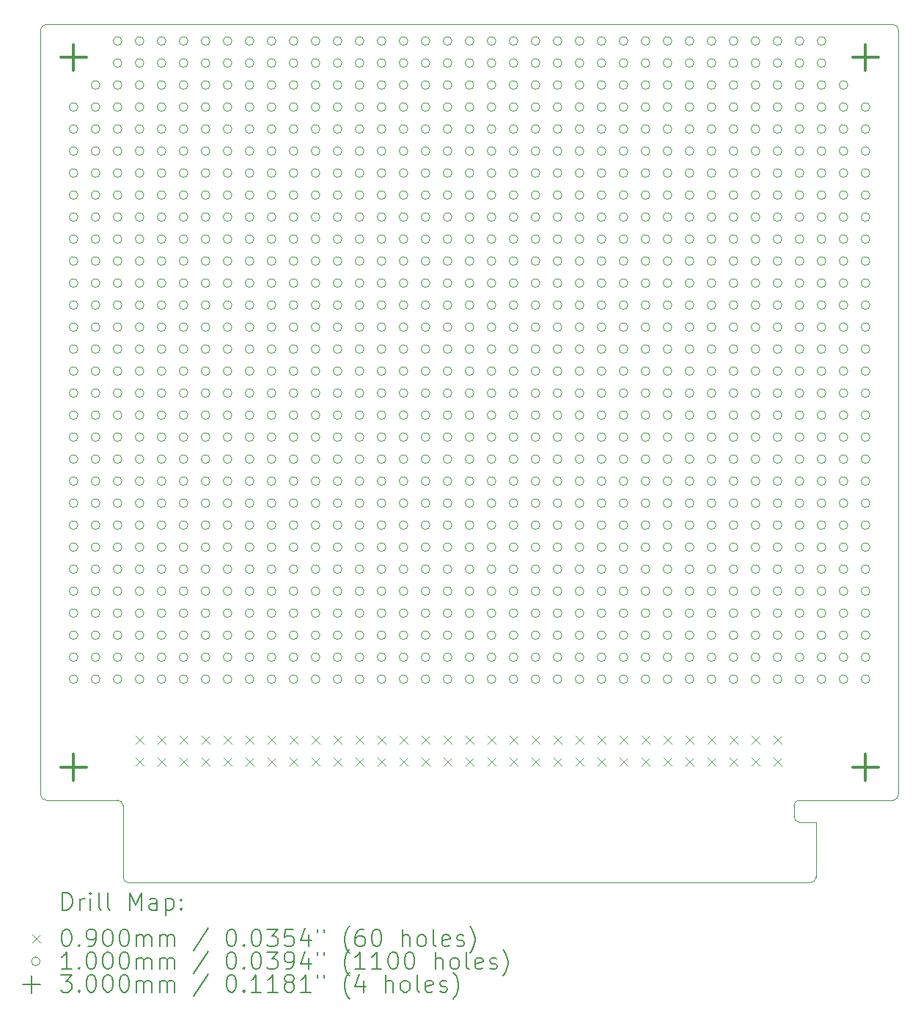
<source format=gbr>
%TF.GenerationSoftware,KiCad,Pcbnew,6.0.11-2627ca5db0~126~ubuntu20.04.1*%
%TF.CreationDate,2023-08-10T13:48:02+05:00*%
%TF.ProjectId,zx_01,7a785f30-312e-46b6-9963-61645f706362,rev?*%
%TF.SameCoordinates,Original*%
%TF.FileFunction,Drillmap*%
%TF.FilePolarity,Positive*%
%FSLAX45Y45*%
G04 Gerber Fmt 4.5, Leading zero omitted, Abs format (unit mm)*
G04 Created by KiCad (PCBNEW 6.0.11-2627ca5db0~126~ubuntu20.04.1) date 2023-08-10 13:48:02*
%MOMM*%
%LPD*%
G01*
G04 APERTURE LIST*
%ADD10C,0.100000*%
%ADD11C,0.200000*%
%ADD12C,0.090000*%
%ADD13C,0.300000*%
G04 APERTURE END LIST*
D10*
X4318000Y-5080000D02*
G75*
G03*
X4254500Y-5143500I0J-63500D01*
G01*
X13017500Y-14033500D02*
G75*
G03*
X12954000Y-14097000I0J-63500D01*
G01*
X4318000Y-5080000D02*
X14097000Y-5080000D01*
X5207000Y-14922500D02*
G75*
G03*
X5270500Y-14986000I63500J0D01*
G01*
X13017500Y-14033500D02*
X14097000Y-14033500D01*
X5207000Y-14097000D02*
G75*
G03*
X5143500Y-14033500I-63500J0D01*
G01*
X4254500Y-13970000D02*
X4254500Y-5143500D01*
X12954000Y-14224000D02*
G75*
G03*
X13017500Y-14287500I63500J0D01*
G01*
X14160500Y-5143500D02*
G75*
G03*
X14097000Y-5080000I-63500J0D01*
G01*
X5207000Y-14922500D02*
X5207000Y-14097000D01*
X14160500Y-13970000D02*
X14160500Y-5143500D01*
X13144500Y-14986000D02*
G75*
G03*
X13208000Y-14922500I0J63500D01*
G01*
X13144500Y-14986000D02*
X5270500Y-14986000D01*
X14097000Y-14033500D02*
G75*
G03*
X14160500Y-13970000I0J63500D01*
G01*
X5143500Y-14033500D02*
X4318000Y-14033500D01*
X12954000Y-14097000D02*
X12954000Y-14224000D01*
X4254500Y-13970000D02*
G75*
G03*
X4318000Y-14033500I63500J0D01*
G01*
X13208000Y-14922500D02*
X13208000Y-14287500D01*
X13208000Y-14287500D02*
X13017500Y-14287500D01*
D11*
D12*
X5352500Y-13290000D02*
X5442500Y-13380000D01*
X5442500Y-13290000D02*
X5352500Y-13380000D01*
X5352500Y-13544000D02*
X5442500Y-13634000D01*
X5442500Y-13544000D02*
X5352500Y-13634000D01*
X5606500Y-13290000D02*
X5696500Y-13380000D01*
X5696500Y-13290000D02*
X5606500Y-13380000D01*
X5606500Y-13544000D02*
X5696500Y-13634000D01*
X5696500Y-13544000D02*
X5606500Y-13634000D01*
X5860500Y-13290000D02*
X5950500Y-13380000D01*
X5950500Y-13290000D02*
X5860500Y-13380000D01*
X5860500Y-13544000D02*
X5950500Y-13634000D01*
X5950500Y-13544000D02*
X5860500Y-13634000D01*
X6114500Y-13290000D02*
X6204500Y-13380000D01*
X6204500Y-13290000D02*
X6114500Y-13380000D01*
X6114500Y-13544000D02*
X6204500Y-13634000D01*
X6204500Y-13544000D02*
X6114500Y-13634000D01*
X6368500Y-13290000D02*
X6458500Y-13380000D01*
X6458500Y-13290000D02*
X6368500Y-13380000D01*
X6368500Y-13544000D02*
X6458500Y-13634000D01*
X6458500Y-13544000D02*
X6368500Y-13634000D01*
X6622500Y-13290000D02*
X6712500Y-13380000D01*
X6712500Y-13290000D02*
X6622500Y-13380000D01*
X6622500Y-13544000D02*
X6712500Y-13634000D01*
X6712500Y-13544000D02*
X6622500Y-13634000D01*
X6876500Y-13290000D02*
X6966500Y-13380000D01*
X6966500Y-13290000D02*
X6876500Y-13380000D01*
X6876500Y-13544000D02*
X6966500Y-13634000D01*
X6966500Y-13544000D02*
X6876500Y-13634000D01*
X7130500Y-13290000D02*
X7220500Y-13380000D01*
X7220500Y-13290000D02*
X7130500Y-13380000D01*
X7130500Y-13544000D02*
X7220500Y-13634000D01*
X7220500Y-13544000D02*
X7130500Y-13634000D01*
X7384500Y-13290000D02*
X7474500Y-13380000D01*
X7474500Y-13290000D02*
X7384500Y-13380000D01*
X7384500Y-13544000D02*
X7474500Y-13634000D01*
X7474500Y-13544000D02*
X7384500Y-13634000D01*
X7638500Y-13290000D02*
X7728500Y-13380000D01*
X7728500Y-13290000D02*
X7638500Y-13380000D01*
X7638500Y-13544000D02*
X7728500Y-13634000D01*
X7728500Y-13544000D02*
X7638500Y-13634000D01*
X7892500Y-13290000D02*
X7982500Y-13380000D01*
X7982500Y-13290000D02*
X7892500Y-13380000D01*
X7892500Y-13544000D02*
X7982500Y-13634000D01*
X7982500Y-13544000D02*
X7892500Y-13634000D01*
X8146500Y-13290000D02*
X8236500Y-13380000D01*
X8236500Y-13290000D02*
X8146500Y-13380000D01*
X8146500Y-13544000D02*
X8236500Y-13634000D01*
X8236500Y-13544000D02*
X8146500Y-13634000D01*
X8400500Y-13290000D02*
X8490500Y-13380000D01*
X8490500Y-13290000D02*
X8400500Y-13380000D01*
X8400500Y-13544000D02*
X8490500Y-13634000D01*
X8490500Y-13544000D02*
X8400500Y-13634000D01*
X8654500Y-13290000D02*
X8744500Y-13380000D01*
X8744500Y-13290000D02*
X8654500Y-13380000D01*
X8654500Y-13544000D02*
X8744500Y-13634000D01*
X8744500Y-13544000D02*
X8654500Y-13634000D01*
X8908500Y-13290000D02*
X8998500Y-13380000D01*
X8998500Y-13290000D02*
X8908500Y-13380000D01*
X8908500Y-13544000D02*
X8998500Y-13634000D01*
X8998500Y-13544000D02*
X8908500Y-13634000D01*
X9162500Y-13290000D02*
X9252500Y-13380000D01*
X9252500Y-13290000D02*
X9162500Y-13380000D01*
X9162500Y-13544000D02*
X9252500Y-13634000D01*
X9252500Y-13544000D02*
X9162500Y-13634000D01*
X9416500Y-13290000D02*
X9506500Y-13380000D01*
X9506500Y-13290000D02*
X9416500Y-13380000D01*
X9416500Y-13544000D02*
X9506500Y-13634000D01*
X9506500Y-13544000D02*
X9416500Y-13634000D01*
X9670500Y-13290000D02*
X9760500Y-13380000D01*
X9760500Y-13290000D02*
X9670500Y-13380000D01*
X9670500Y-13544000D02*
X9760500Y-13634000D01*
X9760500Y-13544000D02*
X9670500Y-13634000D01*
X9924500Y-13290000D02*
X10014500Y-13380000D01*
X10014500Y-13290000D02*
X9924500Y-13380000D01*
X9924500Y-13544000D02*
X10014500Y-13634000D01*
X10014500Y-13544000D02*
X9924500Y-13634000D01*
X10178500Y-13290000D02*
X10268500Y-13380000D01*
X10268500Y-13290000D02*
X10178500Y-13380000D01*
X10178500Y-13544000D02*
X10268500Y-13634000D01*
X10268500Y-13544000D02*
X10178500Y-13634000D01*
X10432500Y-13290000D02*
X10522500Y-13380000D01*
X10522500Y-13290000D02*
X10432500Y-13380000D01*
X10432500Y-13544000D02*
X10522500Y-13634000D01*
X10522500Y-13544000D02*
X10432500Y-13634000D01*
X10686500Y-13290000D02*
X10776500Y-13380000D01*
X10776500Y-13290000D02*
X10686500Y-13380000D01*
X10686500Y-13544000D02*
X10776500Y-13634000D01*
X10776500Y-13544000D02*
X10686500Y-13634000D01*
X10940500Y-13290000D02*
X11030500Y-13380000D01*
X11030500Y-13290000D02*
X10940500Y-13380000D01*
X10940500Y-13544000D02*
X11030500Y-13634000D01*
X11030500Y-13544000D02*
X10940500Y-13634000D01*
X11194500Y-13290000D02*
X11284500Y-13380000D01*
X11284500Y-13290000D02*
X11194500Y-13380000D01*
X11194500Y-13544000D02*
X11284500Y-13634000D01*
X11284500Y-13544000D02*
X11194500Y-13634000D01*
X11448500Y-13290000D02*
X11538500Y-13380000D01*
X11538500Y-13290000D02*
X11448500Y-13380000D01*
X11448500Y-13544000D02*
X11538500Y-13634000D01*
X11538500Y-13544000D02*
X11448500Y-13634000D01*
X11702500Y-13290000D02*
X11792500Y-13380000D01*
X11792500Y-13290000D02*
X11702500Y-13380000D01*
X11702500Y-13544000D02*
X11792500Y-13634000D01*
X11792500Y-13544000D02*
X11702500Y-13634000D01*
X11956500Y-13290000D02*
X12046500Y-13380000D01*
X12046500Y-13290000D02*
X11956500Y-13380000D01*
X11956500Y-13544000D02*
X12046500Y-13634000D01*
X12046500Y-13544000D02*
X11956500Y-13634000D01*
X12210500Y-13290000D02*
X12300500Y-13380000D01*
X12300500Y-13290000D02*
X12210500Y-13380000D01*
X12210500Y-13544000D02*
X12300500Y-13634000D01*
X12300500Y-13544000D02*
X12210500Y-13634000D01*
X12464500Y-13290000D02*
X12554500Y-13380000D01*
X12554500Y-13290000D02*
X12464500Y-13380000D01*
X12464500Y-13544000D02*
X12554500Y-13634000D01*
X12554500Y-13544000D02*
X12464500Y-13634000D01*
X12718500Y-13290000D02*
X12808500Y-13380000D01*
X12808500Y-13290000D02*
X12718500Y-13380000D01*
X12718500Y-13544000D02*
X12808500Y-13634000D01*
X12808500Y-13544000D02*
X12718500Y-13634000D01*
D10*
X4685500Y-6032500D02*
G75*
G03*
X4685500Y-6032500I-50000J0D01*
G01*
X4685500Y-6286500D02*
G75*
G03*
X4685500Y-6286500I-50000J0D01*
G01*
X4685500Y-6540500D02*
G75*
G03*
X4685500Y-6540500I-50000J0D01*
G01*
X4685500Y-6794500D02*
G75*
G03*
X4685500Y-6794500I-50000J0D01*
G01*
X4685500Y-7048500D02*
G75*
G03*
X4685500Y-7048500I-50000J0D01*
G01*
X4685500Y-7302500D02*
G75*
G03*
X4685500Y-7302500I-50000J0D01*
G01*
X4685500Y-7556500D02*
G75*
G03*
X4685500Y-7556500I-50000J0D01*
G01*
X4685500Y-7810500D02*
G75*
G03*
X4685500Y-7810500I-50000J0D01*
G01*
X4685500Y-8064500D02*
G75*
G03*
X4685500Y-8064500I-50000J0D01*
G01*
X4685500Y-8318500D02*
G75*
G03*
X4685500Y-8318500I-50000J0D01*
G01*
X4685500Y-8572500D02*
G75*
G03*
X4685500Y-8572500I-50000J0D01*
G01*
X4685500Y-8826500D02*
G75*
G03*
X4685500Y-8826500I-50000J0D01*
G01*
X4685500Y-9080500D02*
G75*
G03*
X4685500Y-9080500I-50000J0D01*
G01*
X4685500Y-9334500D02*
G75*
G03*
X4685500Y-9334500I-50000J0D01*
G01*
X4685500Y-9588500D02*
G75*
G03*
X4685500Y-9588500I-50000J0D01*
G01*
X4685500Y-9842500D02*
G75*
G03*
X4685500Y-9842500I-50000J0D01*
G01*
X4685500Y-10096500D02*
G75*
G03*
X4685500Y-10096500I-50000J0D01*
G01*
X4685500Y-10350500D02*
G75*
G03*
X4685500Y-10350500I-50000J0D01*
G01*
X4685500Y-10604500D02*
G75*
G03*
X4685500Y-10604500I-50000J0D01*
G01*
X4685500Y-10858500D02*
G75*
G03*
X4685500Y-10858500I-50000J0D01*
G01*
X4685500Y-11112500D02*
G75*
G03*
X4685500Y-11112500I-50000J0D01*
G01*
X4685500Y-11366500D02*
G75*
G03*
X4685500Y-11366500I-50000J0D01*
G01*
X4685500Y-11620500D02*
G75*
G03*
X4685500Y-11620500I-50000J0D01*
G01*
X4685500Y-11874500D02*
G75*
G03*
X4685500Y-11874500I-50000J0D01*
G01*
X4685500Y-12128500D02*
G75*
G03*
X4685500Y-12128500I-50000J0D01*
G01*
X4685500Y-12382500D02*
G75*
G03*
X4685500Y-12382500I-50000J0D01*
G01*
X4685500Y-12636500D02*
G75*
G03*
X4685500Y-12636500I-50000J0D01*
G01*
X4939500Y-5778500D02*
G75*
G03*
X4939500Y-5778500I-50000J0D01*
G01*
X4939500Y-6032500D02*
G75*
G03*
X4939500Y-6032500I-50000J0D01*
G01*
X4939500Y-6286500D02*
G75*
G03*
X4939500Y-6286500I-50000J0D01*
G01*
X4939500Y-6540500D02*
G75*
G03*
X4939500Y-6540500I-50000J0D01*
G01*
X4939500Y-6794500D02*
G75*
G03*
X4939500Y-6794500I-50000J0D01*
G01*
X4939500Y-7048500D02*
G75*
G03*
X4939500Y-7048500I-50000J0D01*
G01*
X4939500Y-7302500D02*
G75*
G03*
X4939500Y-7302500I-50000J0D01*
G01*
X4939500Y-7556500D02*
G75*
G03*
X4939500Y-7556500I-50000J0D01*
G01*
X4939500Y-7810500D02*
G75*
G03*
X4939500Y-7810500I-50000J0D01*
G01*
X4939500Y-8064500D02*
G75*
G03*
X4939500Y-8064500I-50000J0D01*
G01*
X4939500Y-8318500D02*
G75*
G03*
X4939500Y-8318500I-50000J0D01*
G01*
X4939500Y-8572500D02*
G75*
G03*
X4939500Y-8572500I-50000J0D01*
G01*
X4939500Y-8826500D02*
G75*
G03*
X4939500Y-8826500I-50000J0D01*
G01*
X4939500Y-9080500D02*
G75*
G03*
X4939500Y-9080500I-50000J0D01*
G01*
X4939500Y-9334500D02*
G75*
G03*
X4939500Y-9334500I-50000J0D01*
G01*
X4939500Y-9588500D02*
G75*
G03*
X4939500Y-9588500I-50000J0D01*
G01*
X4939500Y-9842500D02*
G75*
G03*
X4939500Y-9842500I-50000J0D01*
G01*
X4939500Y-10096500D02*
G75*
G03*
X4939500Y-10096500I-50000J0D01*
G01*
X4939500Y-10350500D02*
G75*
G03*
X4939500Y-10350500I-50000J0D01*
G01*
X4939500Y-10604500D02*
G75*
G03*
X4939500Y-10604500I-50000J0D01*
G01*
X4939500Y-10858500D02*
G75*
G03*
X4939500Y-10858500I-50000J0D01*
G01*
X4939500Y-11112500D02*
G75*
G03*
X4939500Y-11112500I-50000J0D01*
G01*
X4939500Y-11366500D02*
G75*
G03*
X4939500Y-11366500I-50000J0D01*
G01*
X4939500Y-11620500D02*
G75*
G03*
X4939500Y-11620500I-50000J0D01*
G01*
X4939500Y-11874500D02*
G75*
G03*
X4939500Y-11874500I-50000J0D01*
G01*
X4939500Y-12128500D02*
G75*
G03*
X4939500Y-12128500I-50000J0D01*
G01*
X4939500Y-12382500D02*
G75*
G03*
X4939500Y-12382500I-50000J0D01*
G01*
X4939500Y-12636500D02*
G75*
G03*
X4939500Y-12636500I-50000J0D01*
G01*
X5193500Y-5270500D02*
G75*
G03*
X5193500Y-5270500I-50000J0D01*
G01*
X5193500Y-5524500D02*
G75*
G03*
X5193500Y-5524500I-50000J0D01*
G01*
X5193500Y-5778500D02*
G75*
G03*
X5193500Y-5778500I-50000J0D01*
G01*
X5193500Y-6032500D02*
G75*
G03*
X5193500Y-6032500I-50000J0D01*
G01*
X5193500Y-6286500D02*
G75*
G03*
X5193500Y-6286500I-50000J0D01*
G01*
X5193500Y-6540500D02*
G75*
G03*
X5193500Y-6540500I-50000J0D01*
G01*
X5193500Y-6794500D02*
G75*
G03*
X5193500Y-6794500I-50000J0D01*
G01*
X5193500Y-7048500D02*
G75*
G03*
X5193500Y-7048500I-50000J0D01*
G01*
X5193500Y-7302500D02*
G75*
G03*
X5193500Y-7302500I-50000J0D01*
G01*
X5193500Y-7556500D02*
G75*
G03*
X5193500Y-7556500I-50000J0D01*
G01*
X5193500Y-7810500D02*
G75*
G03*
X5193500Y-7810500I-50000J0D01*
G01*
X5193500Y-8064500D02*
G75*
G03*
X5193500Y-8064500I-50000J0D01*
G01*
X5193500Y-8318500D02*
G75*
G03*
X5193500Y-8318500I-50000J0D01*
G01*
X5193500Y-8572500D02*
G75*
G03*
X5193500Y-8572500I-50000J0D01*
G01*
X5193500Y-8826500D02*
G75*
G03*
X5193500Y-8826500I-50000J0D01*
G01*
X5193500Y-9080500D02*
G75*
G03*
X5193500Y-9080500I-50000J0D01*
G01*
X5193500Y-9334500D02*
G75*
G03*
X5193500Y-9334500I-50000J0D01*
G01*
X5193500Y-9588500D02*
G75*
G03*
X5193500Y-9588500I-50000J0D01*
G01*
X5193500Y-9842500D02*
G75*
G03*
X5193500Y-9842500I-50000J0D01*
G01*
X5193500Y-10096500D02*
G75*
G03*
X5193500Y-10096500I-50000J0D01*
G01*
X5193500Y-10350500D02*
G75*
G03*
X5193500Y-10350500I-50000J0D01*
G01*
X5193500Y-10604500D02*
G75*
G03*
X5193500Y-10604500I-50000J0D01*
G01*
X5193500Y-10858500D02*
G75*
G03*
X5193500Y-10858500I-50000J0D01*
G01*
X5193500Y-11112500D02*
G75*
G03*
X5193500Y-11112500I-50000J0D01*
G01*
X5193500Y-11366500D02*
G75*
G03*
X5193500Y-11366500I-50000J0D01*
G01*
X5193500Y-11620500D02*
G75*
G03*
X5193500Y-11620500I-50000J0D01*
G01*
X5193500Y-11874500D02*
G75*
G03*
X5193500Y-11874500I-50000J0D01*
G01*
X5193500Y-12128500D02*
G75*
G03*
X5193500Y-12128500I-50000J0D01*
G01*
X5193500Y-12382500D02*
G75*
G03*
X5193500Y-12382500I-50000J0D01*
G01*
X5193500Y-12636500D02*
G75*
G03*
X5193500Y-12636500I-50000J0D01*
G01*
X5447500Y-5270500D02*
G75*
G03*
X5447500Y-5270500I-50000J0D01*
G01*
X5447500Y-5524500D02*
G75*
G03*
X5447500Y-5524500I-50000J0D01*
G01*
X5447500Y-5778500D02*
G75*
G03*
X5447500Y-5778500I-50000J0D01*
G01*
X5447500Y-6032500D02*
G75*
G03*
X5447500Y-6032500I-50000J0D01*
G01*
X5447500Y-6286500D02*
G75*
G03*
X5447500Y-6286500I-50000J0D01*
G01*
X5447500Y-6540500D02*
G75*
G03*
X5447500Y-6540500I-50000J0D01*
G01*
X5447500Y-6794500D02*
G75*
G03*
X5447500Y-6794500I-50000J0D01*
G01*
X5447500Y-7048500D02*
G75*
G03*
X5447500Y-7048500I-50000J0D01*
G01*
X5447500Y-7302500D02*
G75*
G03*
X5447500Y-7302500I-50000J0D01*
G01*
X5447500Y-7556500D02*
G75*
G03*
X5447500Y-7556500I-50000J0D01*
G01*
X5447500Y-7810500D02*
G75*
G03*
X5447500Y-7810500I-50000J0D01*
G01*
X5447500Y-8064500D02*
G75*
G03*
X5447500Y-8064500I-50000J0D01*
G01*
X5447500Y-8318500D02*
G75*
G03*
X5447500Y-8318500I-50000J0D01*
G01*
X5447500Y-8572500D02*
G75*
G03*
X5447500Y-8572500I-50000J0D01*
G01*
X5447500Y-8826500D02*
G75*
G03*
X5447500Y-8826500I-50000J0D01*
G01*
X5447500Y-9080500D02*
G75*
G03*
X5447500Y-9080500I-50000J0D01*
G01*
X5447500Y-9334500D02*
G75*
G03*
X5447500Y-9334500I-50000J0D01*
G01*
X5447500Y-9588500D02*
G75*
G03*
X5447500Y-9588500I-50000J0D01*
G01*
X5447500Y-9842500D02*
G75*
G03*
X5447500Y-9842500I-50000J0D01*
G01*
X5447500Y-10096500D02*
G75*
G03*
X5447500Y-10096500I-50000J0D01*
G01*
X5447500Y-10350500D02*
G75*
G03*
X5447500Y-10350500I-50000J0D01*
G01*
X5447500Y-10604500D02*
G75*
G03*
X5447500Y-10604500I-50000J0D01*
G01*
X5447500Y-10858500D02*
G75*
G03*
X5447500Y-10858500I-50000J0D01*
G01*
X5447500Y-11112500D02*
G75*
G03*
X5447500Y-11112500I-50000J0D01*
G01*
X5447500Y-11366500D02*
G75*
G03*
X5447500Y-11366500I-50000J0D01*
G01*
X5447500Y-11620500D02*
G75*
G03*
X5447500Y-11620500I-50000J0D01*
G01*
X5447500Y-11874500D02*
G75*
G03*
X5447500Y-11874500I-50000J0D01*
G01*
X5447500Y-12128500D02*
G75*
G03*
X5447500Y-12128500I-50000J0D01*
G01*
X5447500Y-12382500D02*
G75*
G03*
X5447500Y-12382500I-50000J0D01*
G01*
X5447500Y-12636500D02*
G75*
G03*
X5447500Y-12636500I-50000J0D01*
G01*
X5701500Y-5270500D02*
G75*
G03*
X5701500Y-5270500I-50000J0D01*
G01*
X5701500Y-5524500D02*
G75*
G03*
X5701500Y-5524500I-50000J0D01*
G01*
X5701500Y-5778500D02*
G75*
G03*
X5701500Y-5778500I-50000J0D01*
G01*
X5701500Y-6032500D02*
G75*
G03*
X5701500Y-6032500I-50000J0D01*
G01*
X5701500Y-6286500D02*
G75*
G03*
X5701500Y-6286500I-50000J0D01*
G01*
X5701500Y-6540500D02*
G75*
G03*
X5701500Y-6540500I-50000J0D01*
G01*
X5701500Y-6794500D02*
G75*
G03*
X5701500Y-6794500I-50000J0D01*
G01*
X5701500Y-7048500D02*
G75*
G03*
X5701500Y-7048500I-50000J0D01*
G01*
X5701500Y-7302500D02*
G75*
G03*
X5701500Y-7302500I-50000J0D01*
G01*
X5701500Y-7556500D02*
G75*
G03*
X5701500Y-7556500I-50000J0D01*
G01*
X5701500Y-7810500D02*
G75*
G03*
X5701500Y-7810500I-50000J0D01*
G01*
X5701500Y-8064500D02*
G75*
G03*
X5701500Y-8064500I-50000J0D01*
G01*
X5701500Y-8318500D02*
G75*
G03*
X5701500Y-8318500I-50000J0D01*
G01*
X5701500Y-8572500D02*
G75*
G03*
X5701500Y-8572500I-50000J0D01*
G01*
X5701500Y-8826500D02*
G75*
G03*
X5701500Y-8826500I-50000J0D01*
G01*
X5701500Y-9080500D02*
G75*
G03*
X5701500Y-9080500I-50000J0D01*
G01*
X5701500Y-9334500D02*
G75*
G03*
X5701500Y-9334500I-50000J0D01*
G01*
X5701500Y-9588500D02*
G75*
G03*
X5701500Y-9588500I-50000J0D01*
G01*
X5701500Y-9842500D02*
G75*
G03*
X5701500Y-9842500I-50000J0D01*
G01*
X5701500Y-10096500D02*
G75*
G03*
X5701500Y-10096500I-50000J0D01*
G01*
X5701500Y-10350500D02*
G75*
G03*
X5701500Y-10350500I-50000J0D01*
G01*
X5701500Y-10604500D02*
G75*
G03*
X5701500Y-10604500I-50000J0D01*
G01*
X5701500Y-10858500D02*
G75*
G03*
X5701500Y-10858500I-50000J0D01*
G01*
X5701500Y-11112500D02*
G75*
G03*
X5701500Y-11112500I-50000J0D01*
G01*
X5701500Y-11366500D02*
G75*
G03*
X5701500Y-11366500I-50000J0D01*
G01*
X5701500Y-11620500D02*
G75*
G03*
X5701500Y-11620500I-50000J0D01*
G01*
X5701500Y-11874500D02*
G75*
G03*
X5701500Y-11874500I-50000J0D01*
G01*
X5701500Y-12128500D02*
G75*
G03*
X5701500Y-12128500I-50000J0D01*
G01*
X5701500Y-12382500D02*
G75*
G03*
X5701500Y-12382500I-50000J0D01*
G01*
X5701500Y-12636500D02*
G75*
G03*
X5701500Y-12636500I-50000J0D01*
G01*
X5955500Y-5270500D02*
G75*
G03*
X5955500Y-5270500I-50000J0D01*
G01*
X5955500Y-5524500D02*
G75*
G03*
X5955500Y-5524500I-50000J0D01*
G01*
X5955500Y-5778500D02*
G75*
G03*
X5955500Y-5778500I-50000J0D01*
G01*
X5955500Y-6032500D02*
G75*
G03*
X5955500Y-6032500I-50000J0D01*
G01*
X5955500Y-6286500D02*
G75*
G03*
X5955500Y-6286500I-50000J0D01*
G01*
X5955500Y-6540500D02*
G75*
G03*
X5955500Y-6540500I-50000J0D01*
G01*
X5955500Y-6794500D02*
G75*
G03*
X5955500Y-6794500I-50000J0D01*
G01*
X5955500Y-7048500D02*
G75*
G03*
X5955500Y-7048500I-50000J0D01*
G01*
X5955500Y-7302500D02*
G75*
G03*
X5955500Y-7302500I-50000J0D01*
G01*
X5955500Y-7556500D02*
G75*
G03*
X5955500Y-7556500I-50000J0D01*
G01*
X5955500Y-7810500D02*
G75*
G03*
X5955500Y-7810500I-50000J0D01*
G01*
X5955500Y-8064500D02*
G75*
G03*
X5955500Y-8064500I-50000J0D01*
G01*
X5955500Y-8318500D02*
G75*
G03*
X5955500Y-8318500I-50000J0D01*
G01*
X5955500Y-8572500D02*
G75*
G03*
X5955500Y-8572500I-50000J0D01*
G01*
X5955500Y-8826500D02*
G75*
G03*
X5955500Y-8826500I-50000J0D01*
G01*
X5955500Y-9080500D02*
G75*
G03*
X5955500Y-9080500I-50000J0D01*
G01*
X5955500Y-9334500D02*
G75*
G03*
X5955500Y-9334500I-50000J0D01*
G01*
X5955500Y-9588500D02*
G75*
G03*
X5955500Y-9588500I-50000J0D01*
G01*
X5955500Y-9842500D02*
G75*
G03*
X5955500Y-9842500I-50000J0D01*
G01*
X5955500Y-10096500D02*
G75*
G03*
X5955500Y-10096500I-50000J0D01*
G01*
X5955500Y-10350500D02*
G75*
G03*
X5955500Y-10350500I-50000J0D01*
G01*
X5955500Y-10604500D02*
G75*
G03*
X5955500Y-10604500I-50000J0D01*
G01*
X5955500Y-10858500D02*
G75*
G03*
X5955500Y-10858500I-50000J0D01*
G01*
X5955500Y-11112500D02*
G75*
G03*
X5955500Y-11112500I-50000J0D01*
G01*
X5955500Y-11366500D02*
G75*
G03*
X5955500Y-11366500I-50000J0D01*
G01*
X5955500Y-11620500D02*
G75*
G03*
X5955500Y-11620500I-50000J0D01*
G01*
X5955500Y-11874500D02*
G75*
G03*
X5955500Y-11874500I-50000J0D01*
G01*
X5955500Y-12128500D02*
G75*
G03*
X5955500Y-12128500I-50000J0D01*
G01*
X5955500Y-12382500D02*
G75*
G03*
X5955500Y-12382500I-50000J0D01*
G01*
X5955500Y-12636500D02*
G75*
G03*
X5955500Y-12636500I-50000J0D01*
G01*
X6209500Y-5270500D02*
G75*
G03*
X6209500Y-5270500I-50000J0D01*
G01*
X6209500Y-5524500D02*
G75*
G03*
X6209500Y-5524500I-50000J0D01*
G01*
X6209500Y-5778500D02*
G75*
G03*
X6209500Y-5778500I-50000J0D01*
G01*
X6209500Y-6032500D02*
G75*
G03*
X6209500Y-6032500I-50000J0D01*
G01*
X6209500Y-6286500D02*
G75*
G03*
X6209500Y-6286500I-50000J0D01*
G01*
X6209500Y-6540500D02*
G75*
G03*
X6209500Y-6540500I-50000J0D01*
G01*
X6209500Y-6794500D02*
G75*
G03*
X6209500Y-6794500I-50000J0D01*
G01*
X6209500Y-7048500D02*
G75*
G03*
X6209500Y-7048500I-50000J0D01*
G01*
X6209500Y-7302500D02*
G75*
G03*
X6209500Y-7302500I-50000J0D01*
G01*
X6209500Y-7556500D02*
G75*
G03*
X6209500Y-7556500I-50000J0D01*
G01*
X6209500Y-7810500D02*
G75*
G03*
X6209500Y-7810500I-50000J0D01*
G01*
X6209500Y-8064500D02*
G75*
G03*
X6209500Y-8064500I-50000J0D01*
G01*
X6209500Y-8318500D02*
G75*
G03*
X6209500Y-8318500I-50000J0D01*
G01*
X6209500Y-8572500D02*
G75*
G03*
X6209500Y-8572500I-50000J0D01*
G01*
X6209500Y-8826500D02*
G75*
G03*
X6209500Y-8826500I-50000J0D01*
G01*
X6209500Y-9080500D02*
G75*
G03*
X6209500Y-9080500I-50000J0D01*
G01*
X6209500Y-9334500D02*
G75*
G03*
X6209500Y-9334500I-50000J0D01*
G01*
X6209500Y-9588500D02*
G75*
G03*
X6209500Y-9588500I-50000J0D01*
G01*
X6209500Y-9842500D02*
G75*
G03*
X6209500Y-9842500I-50000J0D01*
G01*
X6209500Y-10096500D02*
G75*
G03*
X6209500Y-10096500I-50000J0D01*
G01*
X6209500Y-10350500D02*
G75*
G03*
X6209500Y-10350500I-50000J0D01*
G01*
X6209500Y-10604500D02*
G75*
G03*
X6209500Y-10604500I-50000J0D01*
G01*
X6209500Y-10858500D02*
G75*
G03*
X6209500Y-10858500I-50000J0D01*
G01*
X6209500Y-11112500D02*
G75*
G03*
X6209500Y-11112500I-50000J0D01*
G01*
X6209500Y-11366500D02*
G75*
G03*
X6209500Y-11366500I-50000J0D01*
G01*
X6209500Y-11620500D02*
G75*
G03*
X6209500Y-11620500I-50000J0D01*
G01*
X6209500Y-11874500D02*
G75*
G03*
X6209500Y-11874500I-50000J0D01*
G01*
X6209500Y-12128500D02*
G75*
G03*
X6209500Y-12128500I-50000J0D01*
G01*
X6209500Y-12382500D02*
G75*
G03*
X6209500Y-12382500I-50000J0D01*
G01*
X6209500Y-12636500D02*
G75*
G03*
X6209500Y-12636500I-50000J0D01*
G01*
X6463500Y-5270500D02*
G75*
G03*
X6463500Y-5270500I-50000J0D01*
G01*
X6463500Y-5524500D02*
G75*
G03*
X6463500Y-5524500I-50000J0D01*
G01*
X6463500Y-5778500D02*
G75*
G03*
X6463500Y-5778500I-50000J0D01*
G01*
X6463500Y-6032500D02*
G75*
G03*
X6463500Y-6032500I-50000J0D01*
G01*
X6463500Y-6286500D02*
G75*
G03*
X6463500Y-6286500I-50000J0D01*
G01*
X6463500Y-6540500D02*
G75*
G03*
X6463500Y-6540500I-50000J0D01*
G01*
X6463500Y-6794500D02*
G75*
G03*
X6463500Y-6794500I-50000J0D01*
G01*
X6463500Y-7048500D02*
G75*
G03*
X6463500Y-7048500I-50000J0D01*
G01*
X6463500Y-7302500D02*
G75*
G03*
X6463500Y-7302500I-50000J0D01*
G01*
X6463500Y-7556500D02*
G75*
G03*
X6463500Y-7556500I-50000J0D01*
G01*
X6463500Y-7810500D02*
G75*
G03*
X6463500Y-7810500I-50000J0D01*
G01*
X6463500Y-8064500D02*
G75*
G03*
X6463500Y-8064500I-50000J0D01*
G01*
X6463500Y-8318500D02*
G75*
G03*
X6463500Y-8318500I-50000J0D01*
G01*
X6463500Y-8572500D02*
G75*
G03*
X6463500Y-8572500I-50000J0D01*
G01*
X6463500Y-8826500D02*
G75*
G03*
X6463500Y-8826500I-50000J0D01*
G01*
X6463500Y-9080500D02*
G75*
G03*
X6463500Y-9080500I-50000J0D01*
G01*
X6463500Y-9334500D02*
G75*
G03*
X6463500Y-9334500I-50000J0D01*
G01*
X6463500Y-9588500D02*
G75*
G03*
X6463500Y-9588500I-50000J0D01*
G01*
X6463500Y-9842500D02*
G75*
G03*
X6463500Y-9842500I-50000J0D01*
G01*
X6463500Y-10096500D02*
G75*
G03*
X6463500Y-10096500I-50000J0D01*
G01*
X6463500Y-10350500D02*
G75*
G03*
X6463500Y-10350500I-50000J0D01*
G01*
X6463500Y-10604500D02*
G75*
G03*
X6463500Y-10604500I-50000J0D01*
G01*
X6463500Y-10858500D02*
G75*
G03*
X6463500Y-10858500I-50000J0D01*
G01*
X6463500Y-11112500D02*
G75*
G03*
X6463500Y-11112500I-50000J0D01*
G01*
X6463500Y-11366500D02*
G75*
G03*
X6463500Y-11366500I-50000J0D01*
G01*
X6463500Y-11620500D02*
G75*
G03*
X6463500Y-11620500I-50000J0D01*
G01*
X6463500Y-11874500D02*
G75*
G03*
X6463500Y-11874500I-50000J0D01*
G01*
X6463500Y-12128500D02*
G75*
G03*
X6463500Y-12128500I-50000J0D01*
G01*
X6463500Y-12382500D02*
G75*
G03*
X6463500Y-12382500I-50000J0D01*
G01*
X6463500Y-12636500D02*
G75*
G03*
X6463500Y-12636500I-50000J0D01*
G01*
X6717500Y-5270500D02*
G75*
G03*
X6717500Y-5270500I-50000J0D01*
G01*
X6717500Y-5524500D02*
G75*
G03*
X6717500Y-5524500I-50000J0D01*
G01*
X6717500Y-5778500D02*
G75*
G03*
X6717500Y-5778500I-50000J0D01*
G01*
X6717500Y-6032500D02*
G75*
G03*
X6717500Y-6032500I-50000J0D01*
G01*
X6717500Y-6286500D02*
G75*
G03*
X6717500Y-6286500I-50000J0D01*
G01*
X6717500Y-6540500D02*
G75*
G03*
X6717500Y-6540500I-50000J0D01*
G01*
X6717500Y-6794500D02*
G75*
G03*
X6717500Y-6794500I-50000J0D01*
G01*
X6717500Y-7048500D02*
G75*
G03*
X6717500Y-7048500I-50000J0D01*
G01*
X6717500Y-7302500D02*
G75*
G03*
X6717500Y-7302500I-50000J0D01*
G01*
X6717500Y-7556500D02*
G75*
G03*
X6717500Y-7556500I-50000J0D01*
G01*
X6717500Y-7810500D02*
G75*
G03*
X6717500Y-7810500I-50000J0D01*
G01*
X6717500Y-8064500D02*
G75*
G03*
X6717500Y-8064500I-50000J0D01*
G01*
X6717500Y-8318500D02*
G75*
G03*
X6717500Y-8318500I-50000J0D01*
G01*
X6717500Y-8572500D02*
G75*
G03*
X6717500Y-8572500I-50000J0D01*
G01*
X6717500Y-8826500D02*
G75*
G03*
X6717500Y-8826500I-50000J0D01*
G01*
X6717500Y-9080500D02*
G75*
G03*
X6717500Y-9080500I-50000J0D01*
G01*
X6717500Y-9334500D02*
G75*
G03*
X6717500Y-9334500I-50000J0D01*
G01*
X6717500Y-9588500D02*
G75*
G03*
X6717500Y-9588500I-50000J0D01*
G01*
X6717500Y-9842500D02*
G75*
G03*
X6717500Y-9842500I-50000J0D01*
G01*
X6717500Y-10096500D02*
G75*
G03*
X6717500Y-10096500I-50000J0D01*
G01*
X6717500Y-10350500D02*
G75*
G03*
X6717500Y-10350500I-50000J0D01*
G01*
X6717500Y-10604500D02*
G75*
G03*
X6717500Y-10604500I-50000J0D01*
G01*
X6717500Y-10858500D02*
G75*
G03*
X6717500Y-10858500I-50000J0D01*
G01*
X6717500Y-11112500D02*
G75*
G03*
X6717500Y-11112500I-50000J0D01*
G01*
X6717500Y-11366500D02*
G75*
G03*
X6717500Y-11366500I-50000J0D01*
G01*
X6717500Y-11620500D02*
G75*
G03*
X6717500Y-11620500I-50000J0D01*
G01*
X6717500Y-11874500D02*
G75*
G03*
X6717500Y-11874500I-50000J0D01*
G01*
X6717500Y-12128500D02*
G75*
G03*
X6717500Y-12128500I-50000J0D01*
G01*
X6717500Y-12382500D02*
G75*
G03*
X6717500Y-12382500I-50000J0D01*
G01*
X6717500Y-12636500D02*
G75*
G03*
X6717500Y-12636500I-50000J0D01*
G01*
X6971500Y-5270500D02*
G75*
G03*
X6971500Y-5270500I-50000J0D01*
G01*
X6971500Y-5524500D02*
G75*
G03*
X6971500Y-5524500I-50000J0D01*
G01*
X6971500Y-5778500D02*
G75*
G03*
X6971500Y-5778500I-50000J0D01*
G01*
X6971500Y-6032500D02*
G75*
G03*
X6971500Y-6032500I-50000J0D01*
G01*
X6971500Y-6286500D02*
G75*
G03*
X6971500Y-6286500I-50000J0D01*
G01*
X6971500Y-6540500D02*
G75*
G03*
X6971500Y-6540500I-50000J0D01*
G01*
X6971500Y-6794500D02*
G75*
G03*
X6971500Y-6794500I-50000J0D01*
G01*
X6971500Y-7048500D02*
G75*
G03*
X6971500Y-7048500I-50000J0D01*
G01*
X6971500Y-7302500D02*
G75*
G03*
X6971500Y-7302500I-50000J0D01*
G01*
X6971500Y-7556500D02*
G75*
G03*
X6971500Y-7556500I-50000J0D01*
G01*
X6971500Y-7810500D02*
G75*
G03*
X6971500Y-7810500I-50000J0D01*
G01*
X6971500Y-8064500D02*
G75*
G03*
X6971500Y-8064500I-50000J0D01*
G01*
X6971500Y-8318500D02*
G75*
G03*
X6971500Y-8318500I-50000J0D01*
G01*
X6971500Y-8572500D02*
G75*
G03*
X6971500Y-8572500I-50000J0D01*
G01*
X6971500Y-8826500D02*
G75*
G03*
X6971500Y-8826500I-50000J0D01*
G01*
X6971500Y-9080500D02*
G75*
G03*
X6971500Y-9080500I-50000J0D01*
G01*
X6971500Y-9334500D02*
G75*
G03*
X6971500Y-9334500I-50000J0D01*
G01*
X6971500Y-9588500D02*
G75*
G03*
X6971500Y-9588500I-50000J0D01*
G01*
X6971500Y-9842500D02*
G75*
G03*
X6971500Y-9842500I-50000J0D01*
G01*
X6971500Y-10096500D02*
G75*
G03*
X6971500Y-10096500I-50000J0D01*
G01*
X6971500Y-10350500D02*
G75*
G03*
X6971500Y-10350500I-50000J0D01*
G01*
X6971500Y-10604500D02*
G75*
G03*
X6971500Y-10604500I-50000J0D01*
G01*
X6971500Y-10858500D02*
G75*
G03*
X6971500Y-10858500I-50000J0D01*
G01*
X6971500Y-11112500D02*
G75*
G03*
X6971500Y-11112500I-50000J0D01*
G01*
X6971500Y-11366500D02*
G75*
G03*
X6971500Y-11366500I-50000J0D01*
G01*
X6971500Y-11620500D02*
G75*
G03*
X6971500Y-11620500I-50000J0D01*
G01*
X6971500Y-11874500D02*
G75*
G03*
X6971500Y-11874500I-50000J0D01*
G01*
X6971500Y-12128500D02*
G75*
G03*
X6971500Y-12128500I-50000J0D01*
G01*
X6971500Y-12382500D02*
G75*
G03*
X6971500Y-12382500I-50000J0D01*
G01*
X6971500Y-12636500D02*
G75*
G03*
X6971500Y-12636500I-50000J0D01*
G01*
X7225500Y-5270500D02*
G75*
G03*
X7225500Y-5270500I-50000J0D01*
G01*
X7225500Y-5524500D02*
G75*
G03*
X7225500Y-5524500I-50000J0D01*
G01*
X7225500Y-5778500D02*
G75*
G03*
X7225500Y-5778500I-50000J0D01*
G01*
X7225500Y-6032500D02*
G75*
G03*
X7225500Y-6032500I-50000J0D01*
G01*
X7225500Y-6286500D02*
G75*
G03*
X7225500Y-6286500I-50000J0D01*
G01*
X7225500Y-6540500D02*
G75*
G03*
X7225500Y-6540500I-50000J0D01*
G01*
X7225500Y-6794500D02*
G75*
G03*
X7225500Y-6794500I-50000J0D01*
G01*
X7225500Y-7048500D02*
G75*
G03*
X7225500Y-7048500I-50000J0D01*
G01*
X7225500Y-7302500D02*
G75*
G03*
X7225500Y-7302500I-50000J0D01*
G01*
X7225500Y-7556500D02*
G75*
G03*
X7225500Y-7556500I-50000J0D01*
G01*
X7225500Y-7810500D02*
G75*
G03*
X7225500Y-7810500I-50000J0D01*
G01*
X7225500Y-8064500D02*
G75*
G03*
X7225500Y-8064500I-50000J0D01*
G01*
X7225500Y-8318500D02*
G75*
G03*
X7225500Y-8318500I-50000J0D01*
G01*
X7225500Y-8572500D02*
G75*
G03*
X7225500Y-8572500I-50000J0D01*
G01*
X7225500Y-8826500D02*
G75*
G03*
X7225500Y-8826500I-50000J0D01*
G01*
X7225500Y-9080500D02*
G75*
G03*
X7225500Y-9080500I-50000J0D01*
G01*
X7225500Y-9334500D02*
G75*
G03*
X7225500Y-9334500I-50000J0D01*
G01*
X7225500Y-9588500D02*
G75*
G03*
X7225500Y-9588500I-50000J0D01*
G01*
X7225500Y-9842500D02*
G75*
G03*
X7225500Y-9842500I-50000J0D01*
G01*
X7225500Y-10096500D02*
G75*
G03*
X7225500Y-10096500I-50000J0D01*
G01*
X7225500Y-10350500D02*
G75*
G03*
X7225500Y-10350500I-50000J0D01*
G01*
X7225500Y-10604500D02*
G75*
G03*
X7225500Y-10604500I-50000J0D01*
G01*
X7225500Y-10858500D02*
G75*
G03*
X7225500Y-10858500I-50000J0D01*
G01*
X7225500Y-11112500D02*
G75*
G03*
X7225500Y-11112500I-50000J0D01*
G01*
X7225500Y-11366500D02*
G75*
G03*
X7225500Y-11366500I-50000J0D01*
G01*
X7225500Y-11620500D02*
G75*
G03*
X7225500Y-11620500I-50000J0D01*
G01*
X7225500Y-11874500D02*
G75*
G03*
X7225500Y-11874500I-50000J0D01*
G01*
X7225500Y-12128500D02*
G75*
G03*
X7225500Y-12128500I-50000J0D01*
G01*
X7225500Y-12382500D02*
G75*
G03*
X7225500Y-12382500I-50000J0D01*
G01*
X7225500Y-12636500D02*
G75*
G03*
X7225500Y-12636500I-50000J0D01*
G01*
X7479500Y-5270500D02*
G75*
G03*
X7479500Y-5270500I-50000J0D01*
G01*
X7479500Y-5524500D02*
G75*
G03*
X7479500Y-5524500I-50000J0D01*
G01*
X7479500Y-5778500D02*
G75*
G03*
X7479500Y-5778500I-50000J0D01*
G01*
X7479500Y-6032500D02*
G75*
G03*
X7479500Y-6032500I-50000J0D01*
G01*
X7479500Y-6286500D02*
G75*
G03*
X7479500Y-6286500I-50000J0D01*
G01*
X7479500Y-6540500D02*
G75*
G03*
X7479500Y-6540500I-50000J0D01*
G01*
X7479500Y-6794500D02*
G75*
G03*
X7479500Y-6794500I-50000J0D01*
G01*
X7479500Y-7048500D02*
G75*
G03*
X7479500Y-7048500I-50000J0D01*
G01*
X7479500Y-7302500D02*
G75*
G03*
X7479500Y-7302500I-50000J0D01*
G01*
X7479500Y-7556500D02*
G75*
G03*
X7479500Y-7556500I-50000J0D01*
G01*
X7479500Y-7810500D02*
G75*
G03*
X7479500Y-7810500I-50000J0D01*
G01*
X7479500Y-8064500D02*
G75*
G03*
X7479500Y-8064500I-50000J0D01*
G01*
X7479500Y-8318500D02*
G75*
G03*
X7479500Y-8318500I-50000J0D01*
G01*
X7479500Y-8572500D02*
G75*
G03*
X7479500Y-8572500I-50000J0D01*
G01*
X7479500Y-8826500D02*
G75*
G03*
X7479500Y-8826500I-50000J0D01*
G01*
X7479500Y-9080500D02*
G75*
G03*
X7479500Y-9080500I-50000J0D01*
G01*
X7479500Y-9334500D02*
G75*
G03*
X7479500Y-9334500I-50000J0D01*
G01*
X7479500Y-9588500D02*
G75*
G03*
X7479500Y-9588500I-50000J0D01*
G01*
X7479500Y-9842500D02*
G75*
G03*
X7479500Y-9842500I-50000J0D01*
G01*
X7479500Y-10096500D02*
G75*
G03*
X7479500Y-10096500I-50000J0D01*
G01*
X7479500Y-10350500D02*
G75*
G03*
X7479500Y-10350500I-50000J0D01*
G01*
X7479500Y-10604500D02*
G75*
G03*
X7479500Y-10604500I-50000J0D01*
G01*
X7479500Y-10858500D02*
G75*
G03*
X7479500Y-10858500I-50000J0D01*
G01*
X7479500Y-11112500D02*
G75*
G03*
X7479500Y-11112500I-50000J0D01*
G01*
X7479500Y-11366500D02*
G75*
G03*
X7479500Y-11366500I-50000J0D01*
G01*
X7479500Y-11620500D02*
G75*
G03*
X7479500Y-11620500I-50000J0D01*
G01*
X7479500Y-11874500D02*
G75*
G03*
X7479500Y-11874500I-50000J0D01*
G01*
X7479500Y-12128500D02*
G75*
G03*
X7479500Y-12128500I-50000J0D01*
G01*
X7479500Y-12382500D02*
G75*
G03*
X7479500Y-12382500I-50000J0D01*
G01*
X7479500Y-12636500D02*
G75*
G03*
X7479500Y-12636500I-50000J0D01*
G01*
X7733500Y-5270500D02*
G75*
G03*
X7733500Y-5270500I-50000J0D01*
G01*
X7733500Y-5524500D02*
G75*
G03*
X7733500Y-5524500I-50000J0D01*
G01*
X7733500Y-5778500D02*
G75*
G03*
X7733500Y-5778500I-50000J0D01*
G01*
X7733500Y-6032500D02*
G75*
G03*
X7733500Y-6032500I-50000J0D01*
G01*
X7733500Y-6286500D02*
G75*
G03*
X7733500Y-6286500I-50000J0D01*
G01*
X7733500Y-6540500D02*
G75*
G03*
X7733500Y-6540500I-50000J0D01*
G01*
X7733500Y-6794500D02*
G75*
G03*
X7733500Y-6794500I-50000J0D01*
G01*
X7733500Y-7048500D02*
G75*
G03*
X7733500Y-7048500I-50000J0D01*
G01*
X7733500Y-7302500D02*
G75*
G03*
X7733500Y-7302500I-50000J0D01*
G01*
X7733500Y-7556500D02*
G75*
G03*
X7733500Y-7556500I-50000J0D01*
G01*
X7733500Y-7810500D02*
G75*
G03*
X7733500Y-7810500I-50000J0D01*
G01*
X7733500Y-8064500D02*
G75*
G03*
X7733500Y-8064500I-50000J0D01*
G01*
X7733500Y-8318500D02*
G75*
G03*
X7733500Y-8318500I-50000J0D01*
G01*
X7733500Y-8572500D02*
G75*
G03*
X7733500Y-8572500I-50000J0D01*
G01*
X7733500Y-8826500D02*
G75*
G03*
X7733500Y-8826500I-50000J0D01*
G01*
X7733500Y-9080500D02*
G75*
G03*
X7733500Y-9080500I-50000J0D01*
G01*
X7733500Y-9334500D02*
G75*
G03*
X7733500Y-9334500I-50000J0D01*
G01*
X7733500Y-9588500D02*
G75*
G03*
X7733500Y-9588500I-50000J0D01*
G01*
X7733500Y-9842500D02*
G75*
G03*
X7733500Y-9842500I-50000J0D01*
G01*
X7733500Y-10096500D02*
G75*
G03*
X7733500Y-10096500I-50000J0D01*
G01*
X7733500Y-10350500D02*
G75*
G03*
X7733500Y-10350500I-50000J0D01*
G01*
X7733500Y-10604500D02*
G75*
G03*
X7733500Y-10604500I-50000J0D01*
G01*
X7733500Y-10858500D02*
G75*
G03*
X7733500Y-10858500I-50000J0D01*
G01*
X7733500Y-11112500D02*
G75*
G03*
X7733500Y-11112500I-50000J0D01*
G01*
X7733500Y-11366500D02*
G75*
G03*
X7733500Y-11366500I-50000J0D01*
G01*
X7733500Y-11620500D02*
G75*
G03*
X7733500Y-11620500I-50000J0D01*
G01*
X7733500Y-11874500D02*
G75*
G03*
X7733500Y-11874500I-50000J0D01*
G01*
X7733500Y-12128500D02*
G75*
G03*
X7733500Y-12128500I-50000J0D01*
G01*
X7733500Y-12382500D02*
G75*
G03*
X7733500Y-12382500I-50000J0D01*
G01*
X7733500Y-12636500D02*
G75*
G03*
X7733500Y-12636500I-50000J0D01*
G01*
X7987500Y-5270500D02*
G75*
G03*
X7987500Y-5270500I-50000J0D01*
G01*
X7987500Y-5524500D02*
G75*
G03*
X7987500Y-5524500I-50000J0D01*
G01*
X7987500Y-5778500D02*
G75*
G03*
X7987500Y-5778500I-50000J0D01*
G01*
X7987500Y-6032500D02*
G75*
G03*
X7987500Y-6032500I-50000J0D01*
G01*
X7987500Y-6286500D02*
G75*
G03*
X7987500Y-6286500I-50000J0D01*
G01*
X7987500Y-6540500D02*
G75*
G03*
X7987500Y-6540500I-50000J0D01*
G01*
X7987500Y-6794500D02*
G75*
G03*
X7987500Y-6794500I-50000J0D01*
G01*
X7987500Y-7048500D02*
G75*
G03*
X7987500Y-7048500I-50000J0D01*
G01*
X7987500Y-7302500D02*
G75*
G03*
X7987500Y-7302500I-50000J0D01*
G01*
X7987500Y-7556500D02*
G75*
G03*
X7987500Y-7556500I-50000J0D01*
G01*
X7987500Y-7810500D02*
G75*
G03*
X7987500Y-7810500I-50000J0D01*
G01*
X7987500Y-8064500D02*
G75*
G03*
X7987500Y-8064500I-50000J0D01*
G01*
X7987500Y-8318500D02*
G75*
G03*
X7987500Y-8318500I-50000J0D01*
G01*
X7987500Y-8572500D02*
G75*
G03*
X7987500Y-8572500I-50000J0D01*
G01*
X7987500Y-8826500D02*
G75*
G03*
X7987500Y-8826500I-50000J0D01*
G01*
X7987500Y-9080500D02*
G75*
G03*
X7987500Y-9080500I-50000J0D01*
G01*
X7987500Y-9334500D02*
G75*
G03*
X7987500Y-9334500I-50000J0D01*
G01*
X7987500Y-9588500D02*
G75*
G03*
X7987500Y-9588500I-50000J0D01*
G01*
X7987500Y-9842500D02*
G75*
G03*
X7987500Y-9842500I-50000J0D01*
G01*
X7987500Y-10096500D02*
G75*
G03*
X7987500Y-10096500I-50000J0D01*
G01*
X7987500Y-10350500D02*
G75*
G03*
X7987500Y-10350500I-50000J0D01*
G01*
X7987500Y-10604500D02*
G75*
G03*
X7987500Y-10604500I-50000J0D01*
G01*
X7987500Y-10858500D02*
G75*
G03*
X7987500Y-10858500I-50000J0D01*
G01*
X7987500Y-11112500D02*
G75*
G03*
X7987500Y-11112500I-50000J0D01*
G01*
X7987500Y-11366500D02*
G75*
G03*
X7987500Y-11366500I-50000J0D01*
G01*
X7987500Y-11620500D02*
G75*
G03*
X7987500Y-11620500I-50000J0D01*
G01*
X7987500Y-11874500D02*
G75*
G03*
X7987500Y-11874500I-50000J0D01*
G01*
X7987500Y-12128500D02*
G75*
G03*
X7987500Y-12128500I-50000J0D01*
G01*
X7987500Y-12382500D02*
G75*
G03*
X7987500Y-12382500I-50000J0D01*
G01*
X7987500Y-12636500D02*
G75*
G03*
X7987500Y-12636500I-50000J0D01*
G01*
X8241500Y-5270500D02*
G75*
G03*
X8241500Y-5270500I-50000J0D01*
G01*
X8241500Y-5524500D02*
G75*
G03*
X8241500Y-5524500I-50000J0D01*
G01*
X8241500Y-5778500D02*
G75*
G03*
X8241500Y-5778500I-50000J0D01*
G01*
X8241500Y-6032500D02*
G75*
G03*
X8241500Y-6032500I-50000J0D01*
G01*
X8241500Y-6286500D02*
G75*
G03*
X8241500Y-6286500I-50000J0D01*
G01*
X8241500Y-6540500D02*
G75*
G03*
X8241500Y-6540500I-50000J0D01*
G01*
X8241500Y-6794500D02*
G75*
G03*
X8241500Y-6794500I-50000J0D01*
G01*
X8241500Y-7048500D02*
G75*
G03*
X8241500Y-7048500I-50000J0D01*
G01*
X8241500Y-7302500D02*
G75*
G03*
X8241500Y-7302500I-50000J0D01*
G01*
X8241500Y-7556500D02*
G75*
G03*
X8241500Y-7556500I-50000J0D01*
G01*
X8241500Y-7810500D02*
G75*
G03*
X8241500Y-7810500I-50000J0D01*
G01*
X8241500Y-8064500D02*
G75*
G03*
X8241500Y-8064500I-50000J0D01*
G01*
X8241500Y-8318500D02*
G75*
G03*
X8241500Y-8318500I-50000J0D01*
G01*
X8241500Y-8572500D02*
G75*
G03*
X8241500Y-8572500I-50000J0D01*
G01*
X8241500Y-8826500D02*
G75*
G03*
X8241500Y-8826500I-50000J0D01*
G01*
X8241500Y-9080500D02*
G75*
G03*
X8241500Y-9080500I-50000J0D01*
G01*
X8241500Y-9334500D02*
G75*
G03*
X8241500Y-9334500I-50000J0D01*
G01*
X8241500Y-9588500D02*
G75*
G03*
X8241500Y-9588500I-50000J0D01*
G01*
X8241500Y-9842500D02*
G75*
G03*
X8241500Y-9842500I-50000J0D01*
G01*
X8241500Y-10096500D02*
G75*
G03*
X8241500Y-10096500I-50000J0D01*
G01*
X8241500Y-10350500D02*
G75*
G03*
X8241500Y-10350500I-50000J0D01*
G01*
X8241500Y-10604500D02*
G75*
G03*
X8241500Y-10604500I-50000J0D01*
G01*
X8241500Y-10858500D02*
G75*
G03*
X8241500Y-10858500I-50000J0D01*
G01*
X8241500Y-11112500D02*
G75*
G03*
X8241500Y-11112500I-50000J0D01*
G01*
X8241500Y-11366500D02*
G75*
G03*
X8241500Y-11366500I-50000J0D01*
G01*
X8241500Y-11620500D02*
G75*
G03*
X8241500Y-11620500I-50000J0D01*
G01*
X8241500Y-11874500D02*
G75*
G03*
X8241500Y-11874500I-50000J0D01*
G01*
X8241500Y-12128500D02*
G75*
G03*
X8241500Y-12128500I-50000J0D01*
G01*
X8241500Y-12382500D02*
G75*
G03*
X8241500Y-12382500I-50000J0D01*
G01*
X8241500Y-12636500D02*
G75*
G03*
X8241500Y-12636500I-50000J0D01*
G01*
X8495500Y-5270500D02*
G75*
G03*
X8495500Y-5270500I-50000J0D01*
G01*
X8495500Y-5524500D02*
G75*
G03*
X8495500Y-5524500I-50000J0D01*
G01*
X8495500Y-5778500D02*
G75*
G03*
X8495500Y-5778500I-50000J0D01*
G01*
X8495500Y-6032500D02*
G75*
G03*
X8495500Y-6032500I-50000J0D01*
G01*
X8495500Y-6286500D02*
G75*
G03*
X8495500Y-6286500I-50000J0D01*
G01*
X8495500Y-6540500D02*
G75*
G03*
X8495500Y-6540500I-50000J0D01*
G01*
X8495500Y-6794500D02*
G75*
G03*
X8495500Y-6794500I-50000J0D01*
G01*
X8495500Y-7048500D02*
G75*
G03*
X8495500Y-7048500I-50000J0D01*
G01*
X8495500Y-7302500D02*
G75*
G03*
X8495500Y-7302500I-50000J0D01*
G01*
X8495500Y-7556500D02*
G75*
G03*
X8495500Y-7556500I-50000J0D01*
G01*
X8495500Y-7810500D02*
G75*
G03*
X8495500Y-7810500I-50000J0D01*
G01*
X8495500Y-8064500D02*
G75*
G03*
X8495500Y-8064500I-50000J0D01*
G01*
X8495500Y-8318500D02*
G75*
G03*
X8495500Y-8318500I-50000J0D01*
G01*
X8495500Y-8572500D02*
G75*
G03*
X8495500Y-8572500I-50000J0D01*
G01*
X8495500Y-8826500D02*
G75*
G03*
X8495500Y-8826500I-50000J0D01*
G01*
X8495500Y-9080500D02*
G75*
G03*
X8495500Y-9080500I-50000J0D01*
G01*
X8495500Y-9334500D02*
G75*
G03*
X8495500Y-9334500I-50000J0D01*
G01*
X8495500Y-9588500D02*
G75*
G03*
X8495500Y-9588500I-50000J0D01*
G01*
X8495500Y-9842500D02*
G75*
G03*
X8495500Y-9842500I-50000J0D01*
G01*
X8495500Y-10096500D02*
G75*
G03*
X8495500Y-10096500I-50000J0D01*
G01*
X8495500Y-10350500D02*
G75*
G03*
X8495500Y-10350500I-50000J0D01*
G01*
X8495500Y-10604500D02*
G75*
G03*
X8495500Y-10604500I-50000J0D01*
G01*
X8495500Y-10858500D02*
G75*
G03*
X8495500Y-10858500I-50000J0D01*
G01*
X8495500Y-11112500D02*
G75*
G03*
X8495500Y-11112500I-50000J0D01*
G01*
X8495500Y-11366500D02*
G75*
G03*
X8495500Y-11366500I-50000J0D01*
G01*
X8495500Y-11620500D02*
G75*
G03*
X8495500Y-11620500I-50000J0D01*
G01*
X8495500Y-11874500D02*
G75*
G03*
X8495500Y-11874500I-50000J0D01*
G01*
X8495500Y-12128500D02*
G75*
G03*
X8495500Y-12128500I-50000J0D01*
G01*
X8495500Y-12382500D02*
G75*
G03*
X8495500Y-12382500I-50000J0D01*
G01*
X8495500Y-12636500D02*
G75*
G03*
X8495500Y-12636500I-50000J0D01*
G01*
X8749500Y-5270500D02*
G75*
G03*
X8749500Y-5270500I-50000J0D01*
G01*
X8749500Y-5524500D02*
G75*
G03*
X8749500Y-5524500I-50000J0D01*
G01*
X8749500Y-5778500D02*
G75*
G03*
X8749500Y-5778500I-50000J0D01*
G01*
X8749500Y-6032500D02*
G75*
G03*
X8749500Y-6032500I-50000J0D01*
G01*
X8749500Y-6286500D02*
G75*
G03*
X8749500Y-6286500I-50000J0D01*
G01*
X8749500Y-6540500D02*
G75*
G03*
X8749500Y-6540500I-50000J0D01*
G01*
X8749500Y-6794500D02*
G75*
G03*
X8749500Y-6794500I-50000J0D01*
G01*
X8749500Y-7048500D02*
G75*
G03*
X8749500Y-7048500I-50000J0D01*
G01*
X8749500Y-7302500D02*
G75*
G03*
X8749500Y-7302500I-50000J0D01*
G01*
X8749500Y-7556500D02*
G75*
G03*
X8749500Y-7556500I-50000J0D01*
G01*
X8749500Y-7810500D02*
G75*
G03*
X8749500Y-7810500I-50000J0D01*
G01*
X8749500Y-8064500D02*
G75*
G03*
X8749500Y-8064500I-50000J0D01*
G01*
X8749500Y-8318500D02*
G75*
G03*
X8749500Y-8318500I-50000J0D01*
G01*
X8749500Y-8572500D02*
G75*
G03*
X8749500Y-8572500I-50000J0D01*
G01*
X8749500Y-8826500D02*
G75*
G03*
X8749500Y-8826500I-50000J0D01*
G01*
X8749500Y-9080500D02*
G75*
G03*
X8749500Y-9080500I-50000J0D01*
G01*
X8749500Y-9334500D02*
G75*
G03*
X8749500Y-9334500I-50000J0D01*
G01*
X8749500Y-9588500D02*
G75*
G03*
X8749500Y-9588500I-50000J0D01*
G01*
X8749500Y-9842500D02*
G75*
G03*
X8749500Y-9842500I-50000J0D01*
G01*
X8749500Y-10096500D02*
G75*
G03*
X8749500Y-10096500I-50000J0D01*
G01*
X8749500Y-10350500D02*
G75*
G03*
X8749500Y-10350500I-50000J0D01*
G01*
X8749500Y-10604500D02*
G75*
G03*
X8749500Y-10604500I-50000J0D01*
G01*
X8749500Y-10858500D02*
G75*
G03*
X8749500Y-10858500I-50000J0D01*
G01*
X8749500Y-11112500D02*
G75*
G03*
X8749500Y-11112500I-50000J0D01*
G01*
X8749500Y-11366500D02*
G75*
G03*
X8749500Y-11366500I-50000J0D01*
G01*
X8749500Y-11620500D02*
G75*
G03*
X8749500Y-11620500I-50000J0D01*
G01*
X8749500Y-11874500D02*
G75*
G03*
X8749500Y-11874500I-50000J0D01*
G01*
X8749500Y-12128500D02*
G75*
G03*
X8749500Y-12128500I-50000J0D01*
G01*
X8749500Y-12382500D02*
G75*
G03*
X8749500Y-12382500I-50000J0D01*
G01*
X8749500Y-12636500D02*
G75*
G03*
X8749500Y-12636500I-50000J0D01*
G01*
X9003500Y-5270500D02*
G75*
G03*
X9003500Y-5270500I-50000J0D01*
G01*
X9003500Y-5524500D02*
G75*
G03*
X9003500Y-5524500I-50000J0D01*
G01*
X9003500Y-5778500D02*
G75*
G03*
X9003500Y-5778500I-50000J0D01*
G01*
X9003500Y-6032500D02*
G75*
G03*
X9003500Y-6032500I-50000J0D01*
G01*
X9003500Y-6286500D02*
G75*
G03*
X9003500Y-6286500I-50000J0D01*
G01*
X9003500Y-6540500D02*
G75*
G03*
X9003500Y-6540500I-50000J0D01*
G01*
X9003500Y-6794500D02*
G75*
G03*
X9003500Y-6794500I-50000J0D01*
G01*
X9003500Y-7048500D02*
G75*
G03*
X9003500Y-7048500I-50000J0D01*
G01*
X9003500Y-7302500D02*
G75*
G03*
X9003500Y-7302500I-50000J0D01*
G01*
X9003500Y-7556500D02*
G75*
G03*
X9003500Y-7556500I-50000J0D01*
G01*
X9003500Y-7810500D02*
G75*
G03*
X9003500Y-7810500I-50000J0D01*
G01*
X9003500Y-8064500D02*
G75*
G03*
X9003500Y-8064500I-50000J0D01*
G01*
X9003500Y-8318500D02*
G75*
G03*
X9003500Y-8318500I-50000J0D01*
G01*
X9003500Y-8572500D02*
G75*
G03*
X9003500Y-8572500I-50000J0D01*
G01*
X9003500Y-8826500D02*
G75*
G03*
X9003500Y-8826500I-50000J0D01*
G01*
X9003500Y-9080500D02*
G75*
G03*
X9003500Y-9080500I-50000J0D01*
G01*
X9003500Y-9334500D02*
G75*
G03*
X9003500Y-9334500I-50000J0D01*
G01*
X9003500Y-9588500D02*
G75*
G03*
X9003500Y-9588500I-50000J0D01*
G01*
X9003500Y-9842500D02*
G75*
G03*
X9003500Y-9842500I-50000J0D01*
G01*
X9003500Y-10096500D02*
G75*
G03*
X9003500Y-10096500I-50000J0D01*
G01*
X9003500Y-10350500D02*
G75*
G03*
X9003500Y-10350500I-50000J0D01*
G01*
X9003500Y-10604500D02*
G75*
G03*
X9003500Y-10604500I-50000J0D01*
G01*
X9003500Y-10858500D02*
G75*
G03*
X9003500Y-10858500I-50000J0D01*
G01*
X9003500Y-11112500D02*
G75*
G03*
X9003500Y-11112500I-50000J0D01*
G01*
X9003500Y-11366500D02*
G75*
G03*
X9003500Y-11366500I-50000J0D01*
G01*
X9003500Y-11620500D02*
G75*
G03*
X9003500Y-11620500I-50000J0D01*
G01*
X9003500Y-11874500D02*
G75*
G03*
X9003500Y-11874500I-50000J0D01*
G01*
X9003500Y-12128500D02*
G75*
G03*
X9003500Y-12128500I-50000J0D01*
G01*
X9003500Y-12382500D02*
G75*
G03*
X9003500Y-12382500I-50000J0D01*
G01*
X9003500Y-12636500D02*
G75*
G03*
X9003500Y-12636500I-50000J0D01*
G01*
X9257500Y-5270500D02*
G75*
G03*
X9257500Y-5270500I-50000J0D01*
G01*
X9257500Y-5524500D02*
G75*
G03*
X9257500Y-5524500I-50000J0D01*
G01*
X9257500Y-5778500D02*
G75*
G03*
X9257500Y-5778500I-50000J0D01*
G01*
X9257500Y-6032500D02*
G75*
G03*
X9257500Y-6032500I-50000J0D01*
G01*
X9257500Y-6286500D02*
G75*
G03*
X9257500Y-6286500I-50000J0D01*
G01*
X9257500Y-6540500D02*
G75*
G03*
X9257500Y-6540500I-50000J0D01*
G01*
X9257500Y-6794500D02*
G75*
G03*
X9257500Y-6794500I-50000J0D01*
G01*
X9257500Y-7048500D02*
G75*
G03*
X9257500Y-7048500I-50000J0D01*
G01*
X9257500Y-7302500D02*
G75*
G03*
X9257500Y-7302500I-50000J0D01*
G01*
X9257500Y-7556500D02*
G75*
G03*
X9257500Y-7556500I-50000J0D01*
G01*
X9257500Y-7810500D02*
G75*
G03*
X9257500Y-7810500I-50000J0D01*
G01*
X9257500Y-8064500D02*
G75*
G03*
X9257500Y-8064500I-50000J0D01*
G01*
X9257500Y-8318500D02*
G75*
G03*
X9257500Y-8318500I-50000J0D01*
G01*
X9257500Y-8572500D02*
G75*
G03*
X9257500Y-8572500I-50000J0D01*
G01*
X9257500Y-8826500D02*
G75*
G03*
X9257500Y-8826500I-50000J0D01*
G01*
X9257500Y-9080500D02*
G75*
G03*
X9257500Y-9080500I-50000J0D01*
G01*
X9257500Y-9334500D02*
G75*
G03*
X9257500Y-9334500I-50000J0D01*
G01*
X9257500Y-9588500D02*
G75*
G03*
X9257500Y-9588500I-50000J0D01*
G01*
X9257500Y-9842500D02*
G75*
G03*
X9257500Y-9842500I-50000J0D01*
G01*
X9257500Y-10096500D02*
G75*
G03*
X9257500Y-10096500I-50000J0D01*
G01*
X9257500Y-10350500D02*
G75*
G03*
X9257500Y-10350500I-50000J0D01*
G01*
X9257500Y-10604500D02*
G75*
G03*
X9257500Y-10604500I-50000J0D01*
G01*
X9257500Y-10858500D02*
G75*
G03*
X9257500Y-10858500I-50000J0D01*
G01*
X9257500Y-11112500D02*
G75*
G03*
X9257500Y-11112500I-50000J0D01*
G01*
X9257500Y-11366500D02*
G75*
G03*
X9257500Y-11366500I-50000J0D01*
G01*
X9257500Y-11620500D02*
G75*
G03*
X9257500Y-11620500I-50000J0D01*
G01*
X9257500Y-11874500D02*
G75*
G03*
X9257500Y-11874500I-50000J0D01*
G01*
X9257500Y-12128500D02*
G75*
G03*
X9257500Y-12128500I-50000J0D01*
G01*
X9257500Y-12382500D02*
G75*
G03*
X9257500Y-12382500I-50000J0D01*
G01*
X9257500Y-12636500D02*
G75*
G03*
X9257500Y-12636500I-50000J0D01*
G01*
X9511500Y-5270500D02*
G75*
G03*
X9511500Y-5270500I-50000J0D01*
G01*
X9511500Y-5524500D02*
G75*
G03*
X9511500Y-5524500I-50000J0D01*
G01*
X9511500Y-5778500D02*
G75*
G03*
X9511500Y-5778500I-50000J0D01*
G01*
X9511500Y-6032500D02*
G75*
G03*
X9511500Y-6032500I-50000J0D01*
G01*
X9511500Y-6286500D02*
G75*
G03*
X9511500Y-6286500I-50000J0D01*
G01*
X9511500Y-6540500D02*
G75*
G03*
X9511500Y-6540500I-50000J0D01*
G01*
X9511500Y-6794500D02*
G75*
G03*
X9511500Y-6794500I-50000J0D01*
G01*
X9511500Y-7048500D02*
G75*
G03*
X9511500Y-7048500I-50000J0D01*
G01*
X9511500Y-7302500D02*
G75*
G03*
X9511500Y-7302500I-50000J0D01*
G01*
X9511500Y-7556500D02*
G75*
G03*
X9511500Y-7556500I-50000J0D01*
G01*
X9511500Y-7810500D02*
G75*
G03*
X9511500Y-7810500I-50000J0D01*
G01*
X9511500Y-8064500D02*
G75*
G03*
X9511500Y-8064500I-50000J0D01*
G01*
X9511500Y-8318500D02*
G75*
G03*
X9511500Y-8318500I-50000J0D01*
G01*
X9511500Y-8572500D02*
G75*
G03*
X9511500Y-8572500I-50000J0D01*
G01*
X9511500Y-8826500D02*
G75*
G03*
X9511500Y-8826500I-50000J0D01*
G01*
X9511500Y-9080500D02*
G75*
G03*
X9511500Y-9080500I-50000J0D01*
G01*
X9511500Y-9334500D02*
G75*
G03*
X9511500Y-9334500I-50000J0D01*
G01*
X9511500Y-9588500D02*
G75*
G03*
X9511500Y-9588500I-50000J0D01*
G01*
X9511500Y-9842500D02*
G75*
G03*
X9511500Y-9842500I-50000J0D01*
G01*
X9511500Y-10096500D02*
G75*
G03*
X9511500Y-10096500I-50000J0D01*
G01*
X9511500Y-10350500D02*
G75*
G03*
X9511500Y-10350500I-50000J0D01*
G01*
X9511500Y-10604500D02*
G75*
G03*
X9511500Y-10604500I-50000J0D01*
G01*
X9511500Y-10858500D02*
G75*
G03*
X9511500Y-10858500I-50000J0D01*
G01*
X9511500Y-11112500D02*
G75*
G03*
X9511500Y-11112500I-50000J0D01*
G01*
X9511500Y-11366500D02*
G75*
G03*
X9511500Y-11366500I-50000J0D01*
G01*
X9511500Y-11620500D02*
G75*
G03*
X9511500Y-11620500I-50000J0D01*
G01*
X9511500Y-11874500D02*
G75*
G03*
X9511500Y-11874500I-50000J0D01*
G01*
X9511500Y-12128500D02*
G75*
G03*
X9511500Y-12128500I-50000J0D01*
G01*
X9511500Y-12382500D02*
G75*
G03*
X9511500Y-12382500I-50000J0D01*
G01*
X9511500Y-12636500D02*
G75*
G03*
X9511500Y-12636500I-50000J0D01*
G01*
X9765500Y-5270500D02*
G75*
G03*
X9765500Y-5270500I-50000J0D01*
G01*
X9765500Y-5524500D02*
G75*
G03*
X9765500Y-5524500I-50000J0D01*
G01*
X9765500Y-5778500D02*
G75*
G03*
X9765500Y-5778500I-50000J0D01*
G01*
X9765500Y-6032500D02*
G75*
G03*
X9765500Y-6032500I-50000J0D01*
G01*
X9765500Y-6286500D02*
G75*
G03*
X9765500Y-6286500I-50000J0D01*
G01*
X9765500Y-6540500D02*
G75*
G03*
X9765500Y-6540500I-50000J0D01*
G01*
X9765500Y-6794500D02*
G75*
G03*
X9765500Y-6794500I-50000J0D01*
G01*
X9765500Y-7048500D02*
G75*
G03*
X9765500Y-7048500I-50000J0D01*
G01*
X9765500Y-7302500D02*
G75*
G03*
X9765500Y-7302500I-50000J0D01*
G01*
X9765500Y-7556500D02*
G75*
G03*
X9765500Y-7556500I-50000J0D01*
G01*
X9765500Y-7810500D02*
G75*
G03*
X9765500Y-7810500I-50000J0D01*
G01*
X9765500Y-8064500D02*
G75*
G03*
X9765500Y-8064500I-50000J0D01*
G01*
X9765500Y-8318500D02*
G75*
G03*
X9765500Y-8318500I-50000J0D01*
G01*
X9765500Y-8572500D02*
G75*
G03*
X9765500Y-8572500I-50000J0D01*
G01*
X9765500Y-8826500D02*
G75*
G03*
X9765500Y-8826500I-50000J0D01*
G01*
X9765500Y-9080500D02*
G75*
G03*
X9765500Y-9080500I-50000J0D01*
G01*
X9765500Y-9334500D02*
G75*
G03*
X9765500Y-9334500I-50000J0D01*
G01*
X9765500Y-9588500D02*
G75*
G03*
X9765500Y-9588500I-50000J0D01*
G01*
X9765500Y-9842500D02*
G75*
G03*
X9765500Y-9842500I-50000J0D01*
G01*
X9765500Y-10096500D02*
G75*
G03*
X9765500Y-10096500I-50000J0D01*
G01*
X9765500Y-10350500D02*
G75*
G03*
X9765500Y-10350500I-50000J0D01*
G01*
X9765500Y-10604500D02*
G75*
G03*
X9765500Y-10604500I-50000J0D01*
G01*
X9765500Y-10858500D02*
G75*
G03*
X9765500Y-10858500I-50000J0D01*
G01*
X9765500Y-11112500D02*
G75*
G03*
X9765500Y-11112500I-50000J0D01*
G01*
X9765500Y-11366500D02*
G75*
G03*
X9765500Y-11366500I-50000J0D01*
G01*
X9765500Y-11620500D02*
G75*
G03*
X9765500Y-11620500I-50000J0D01*
G01*
X9765500Y-11874500D02*
G75*
G03*
X9765500Y-11874500I-50000J0D01*
G01*
X9765500Y-12128500D02*
G75*
G03*
X9765500Y-12128500I-50000J0D01*
G01*
X9765500Y-12382500D02*
G75*
G03*
X9765500Y-12382500I-50000J0D01*
G01*
X9765500Y-12636500D02*
G75*
G03*
X9765500Y-12636500I-50000J0D01*
G01*
X10019500Y-5270500D02*
G75*
G03*
X10019500Y-5270500I-50000J0D01*
G01*
X10019500Y-5524500D02*
G75*
G03*
X10019500Y-5524500I-50000J0D01*
G01*
X10019500Y-5778500D02*
G75*
G03*
X10019500Y-5778500I-50000J0D01*
G01*
X10019500Y-6032500D02*
G75*
G03*
X10019500Y-6032500I-50000J0D01*
G01*
X10019500Y-6286500D02*
G75*
G03*
X10019500Y-6286500I-50000J0D01*
G01*
X10019500Y-6540500D02*
G75*
G03*
X10019500Y-6540500I-50000J0D01*
G01*
X10019500Y-6794500D02*
G75*
G03*
X10019500Y-6794500I-50000J0D01*
G01*
X10019500Y-7048500D02*
G75*
G03*
X10019500Y-7048500I-50000J0D01*
G01*
X10019500Y-7302500D02*
G75*
G03*
X10019500Y-7302500I-50000J0D01*
G01*
X10019500Y-7556500D02*
G75*
G03*
X10019500Y-7556500I-50000J0D01*
G01*
X10019500Y-7810500D02*
G75*
G03*
X10019500Y-7810500I-50000J0D01*
G01*
X10019500Y-8064500D02*
G75*
G03*
X10019500Y-8064500I-50000J0D01*
G01*
X10019500Y-8318500D02*
G75*
G03*
X10019500Y-8318500I-50000J0D01*
G01*
X10019500Y-8572500D02*
G75*
G03*
X10019500Y-8572500I-50000J0D01*
G01*
X10019500Y-8826500D02*
G75*
G03*
X10019500Y-8826500I-50000J0D01*
G01*
X10019500Y-9080500D02*
G75*
G03*
X10019500Y-9080500I-50000J0D01*
G01*
X10019500Y-9334500D02*
G75*
G03*
X10019500Y-9334500I-50000J0D01*
G01*
X10019500Y-9588500D02*
G75*
G03*
X10019500Y-9588500I-50000J0D01*
G01*
X10019500Y-9842500D02*
G75*
G03*
X10019500Y-9842500I-50000J0D01*
G01*
X10019500Y-10096500D02*
G75*
G03*
X10019500Y-10096500I-50000J0D01*
G01*
X10019500Y-10350500D02*
G75*
G03*
X10019500Y-10350500I-50000J0D01*
G01*
X10019500Y-10604500D02*
G75*
G03*
X10019500Y-10604500I-50000J0D01*
G01*
X10019500Y-10858500D02*
G75*
G03*
X10019500Y-10858500I-50000J0D01*
G01*
X10019500Y-11112500D02*
G75*
G03*
X10019500Y-11112500I-50000J0D01*
G01*
X10019500Y-11366500D02*
G75*
G03*
X10019500Y-11366500I-50000J0D01*
G01*
X10019500Y-11620500D02*
G75*
G03*
X10019500Y-11620500I-50000J0D01*
G01*
X10019500Y-11874500D02*
G75*
G03*
X10019500Y-11874500I-50000J0D01*
G01*
X10019500Y-12128500D02*
G75*
G03*
X10019500Y-12128500I-50000J0D01*
G01*
X10019500Y-12382500D02*
G75*
G03*
X10019500Y-12382500I-50000J0D01*
G01*
X10019500Y-12636500D02*
G75*
G03*
X10019500Y-12636500I-50000J0D01*
G01*
X10273500Y-5270500D02*
G75*
G03*
X10273500Y-5270500I-50000J0D01*
G01*
X10273500Y-5524500D02*
G75*
G03*
X10273500Y-5524500I-50000J0D01*
G01*
X10273500Y-5778500D02*
G75*
G03*
X10273500Y-5778500I-50000J0D01*
G01*
X10273500Y-6032500D02*
G75*
G03*
X10273500Y-6032500I-50000J0D01*
G01*
X10273500Y-6286500D02*
G75*
G03*
X10273500Y-6286500I-50000J0D01*
G01*
X10273500Y-6540500D02*
G75*
G03*
X10273500Y-6540500I-50000J0D01*
G01*
X10273500Y-6794500D02*
G75*
G03*
X10273500Y-6794500I-50000J0D01*
G01*
X10273500Y-7048500D02*
G75*
G03*
X10273500Y-7048500I-50000J0D01*
G01*
X10273500Y-7302500D02*
G75*
G03*
X10273500Y-7302500I-50000J0D01*
G01*
X10273500Y-7556500D02*
G75*
G03*
X10273500Y-7556500I-50000J0D01*
G01*
X10273500Y-7810500D02*
G75*
G03*
X10273500Y-7810500I-50000J0D01*
G01*
X10273500Y-8064500D02*
G75*
G03*
X10273500Y-8064500I-50000J0D01*
G01*
X10273500Y-8318500D02*
G75*
G03*
X10273500Y-8318500I-50000J0D01*
G01*
X10273500Y-8572500D02*
G75*
G03*
X10273500Y-8572500I-50000J0D01*
G01*
X10273500Y-8826500D02*
G75*
G03*
X10273500Y-8826500I-50000J0D01*
G01*
X10273500Y-9080500D02*
G75*
G03*
X10273500Y-9080500I-50000J0D01*
G01*
X10273500Y-9334500D02*
G75*
G03*
X10273500Y-9334500I-50000J0D01*
G01*
X10273500Y-9588500D02*
G75*
G03*
X10273500Y-9588500I-50000J0D01*
G01*
X10273500Y-9842500D02*
G75*
G03*
X10273500Y-9842500I-50000J0D01*
G01*
X10273500Y-10096500D02*
G75*
G03*
X10273500Y-10096500I-50000J0D01*
G01*
X10273500Y-10350500D02*
G75*
G03*
X10273500Y-10350500I-50000J0D01*
G01*
X10273500Y-10604500D02*
G75*
G03*
X10273500Y-10604500I-50000J0D01*
G01*
X10273500Y-10858500D02*
G75*
G03*
X10273500Y-10858500I-50000J0D01*
G01*
X10273500Y-11112500D02*
G75*
G03*
X10273500Y-11112500I-50000J0D01*
G01*
X10273500Y-11366500D02*
G75*
G03*
X10273500Y-11366500I-50000J0D01*
G01*
X10273500Y-11620500D02*
G75*
G03*
X10273500Y-11620500I-50000J0D01*
G01*
X10273500Y-11874500D02*
G75*
G03*
X10273500Y-11874500I-50000J0D01*
G01*
X10273500Y-12128500D02*
G75*
G03*
X10273500Y-12128500I-50000J0D01*
G01*
X10273500Y-12382500D02*
G75*
G03*
X10273500Y-12382500I-50000J0D01*
G01*
X10273500Y-12636500D02*
G75*
G03*
X10273500Y-12636500I-50000J0D01*
G01*
X10527500Y-5270500D02*
G75*
G03*
X10527500Y-5270500I-50000J0D01*
G01*
X10527500Y-5524500D02*
G75*
G03*
X10527500Y-5524500I-50000J0D01*
G01*
X10527500Y-5778500D02*
G75*
G03*
X10527500Y-5778500I-50000J0D01*
G01*
X10527500Y-6032500D02*
G75*
G03*
X10527500Y-6032500I-50000J0D01*
G01*
X10527500Y-6286500D02*
G75*
G03*
X10527500Y-6286500I-50000J0D01*
G01*
X10527500Y-6540500D02*
G75*
G03*
X10527500Y-6540500I-50000J0D01*
G01*
X10527500Y-6794500D02*
G75*
G03*
X10527500Y-6794500I-50000J0D01*
G01*
X10527500Y-7048500D02*
G75*
G03*
X10527500Y-7048500I-50000J0D01*
G01*
X10527500Y-7302500D02*
G75*
G03*
X10527500Y-7302500I-50000J0D01*
G01*
X10527500Y-7556500D02*
G75*
G03*
X10527500Y-7556500I-50000J0D01*
G01*
X10527500Y-7810500D02*
G75*
G03*
X10527500Y-7810500I-50000J0D01*
G01*
X10527500Y-8064500D02*
G75*
G03*
X10527500Y-8064500I-50000J0D01*
G01*
X10527500Y-8318500D02*
G75*
G03*
X10527500Y-8318500I-50000J0D01*
G01*
X10527500Y-8572500D02*
G75*
G03*
X10527500Y-8572500I-50000J0D01*
G01*
X10527500Y-8826500D02*
G75*
G03*
X10527500Y-8826500I-50000J0D01*
G01*
X10527500Y-9080500D02*
G75*
G03*
X10527500Y-9080500I-50000J0D01*
G01*
X10527500Y-9334500D02*
G75*
G03*
X10527500Y-9334500I-50000J0D01*
G01*
X10527500Y-9588500D02*
G75*
G03*
X10527500Y-9588500I-50000J0D01*
G01*
X10527500Y-9842500D02*
G75*
G03*
X10527500Y-9842500I-50000J0D01*
G01*
X10527500Y-10096500D02*
G75*
G03*
X10527500Y-10096500I-50000J0D01*
G01*
X10527500Y-10350500D02*
G75*
G03*
X10527500Y-10350500I-50000J0D01*
G01*
X10527500Y-10604500D02*
G75*
G03*
X10527500Y-10604500I-50000J0D01*
G01*
X10527500Y-10858500D02*
G75*
G03*
X10527500Y-10858500I-50000J0D01*
G01*
X10527500Y-11112500D02*
G75*
G03*
X10527500Y-11112500I-50000J0D01*
G01*
X10527500Y-11366500D02*
G75*
G03*
X10527500Y-11366500I-50000J0D01*
G01*
X10527500Y-11620500D02*
G75*
G03*
X10527500Y-11620500I-50000J0D01*
G01*
X10527500Y-11874500D02*
G75*
G03*
X10527500Y-11874500I-50000J0D01*
G01*
X10527500Y-12128500D02*
G75*
G03*
X10527500Y-12128500I-50000J0D01*
G01*
X10527500Y-12382500D02*
G75*
G03*
X10527500Y-12382500I-50000J0D01*
G01*
X10527500Y-12636500D02*
G75*
G03*
X10527500Y-12636500I-50000J0D01*
G01*
X10781500Y-5270500D02*
G75*
G03*
X10781500Y-5270500I-50000J0D01*
G01*
X10781500Y-5524500D02*
G75*
G03*
X10781500Y-5524500I-50000J0D01*
G01*
X10781500Y-5778500D02*
G75*
G03*
X10781500Y-5778500I-50000J0D01*
G01*
X10781500Y-6032500D02*
G75*
G03*
X10781500Y-6032500I-50000J0D01*
G01*
X10781500Y-6286500D02*
G75*
G03*
X10781500Y-6286500I-50000J0D01*
G01*
X10781500Y-6540500D02*
G75*
G03*
X10781500Y-6540500I-50000J0D01*
G01*
X10781500Y-6794500D02*
G75*
G03*
X10781500Y-6794500I-50000J0D01*
G01*
X10781500Y-7048500D02*
G75*
G03*
X10781500Y-7048500I-50000J0D01*
G01*
X10781500Y-7302500D02*
G75*
G03*
X10781500Y-7302500I-50000J0D01*
G01*
X10781500Y-7556500D02*
G75*
G03*
X10781500Y-7556500I-50000J0D01*
G01*
X10781500Y-7810500D02*
G75*
G03*
X10781500Y-7810500I-50000J0D01*
G01*
X10781500Y-8064500D02*
G75*
G03*
X10781500Y-8064500I-50000J0D01*
G01*
X10781500Y-8318500D02*
G75*
G03*
X10781500Y-8318500I-50000J0D01*
G01*
X10781500Y-8572500D02*
G75*
G03*
X10781500Y-8572500I-50000J0D01*
G01*
X10781500Y-8826500D02*
G75*
G03*
X10781500Y-8826500I-50000J0D01*
G01*
X10781500Y-9080500D02*
G75*
G03*
X10781500Y-9080500I-50000J0D01*
G01*
X10781500Y-9334500D02*
G75*
G03*
X10781500Y-9334500I-50000J0D01*
G01*
X10781500Y-9588500D02*
G75*
G03*
X10781500Y-9588500I-50000J0D01*
G01*
X10781500Y-9842500D02*
G75*
G03*
X10781500Y-9842500I-50000J0D01*
G01*
X10781500Y-10096500D02*
G75*
G03*
X10781500Y-10096500I-50000J0D01*
G01*
X10781500Y-10350500D02*
G75*
G03*
X10781500Y-10350500I-50000J0D01*
G01*
X10781500Y-10604500D02*
G75*
G03*
X10781500Y-10604500I-50000J0D01*
G01*
X10781500Y-10858500D02*
G75*
G03*
X10781500Y-10858500I-50000J0D01*
G01*
X10781500Y-11112500D02*
G75*
G03*
X10781500Y-11112500I-50000J0D01*
G01*
X10781500Y-11366500D02*
G75*
G03*
X10781500Y-11366500I-50000J0D01*
G01*
X10781500Y-11620500D02*
G75*
G03*
X10781500Y-11620500I-50000J0D01*
G01*
X10781500Y-11874500D02*
G75*
G03*
X10781500Y-11874500I-50000J0D01*
G01*
X10781500Y-12128500D02*
G75*
G03*
X10781500Y-12128500I-50000J0D01*
G01*
X10781500Y-12382500D02*
G75*
G03*
X10781500Y-12382500I-50000J0D01*
G01*
X10781500Y-12636500D02*
G75*
G03*
X10781500Y-12636500I-50000J0D01*
G01*
X11035500Y-5270500D02*
G75*
G03*
X11035500Y-5270500I-50000J0D01*
G01*
X11035500Y-5524500D02*
G75*
G03*
X11035500Y-5524500I-50000J0D01*
G01*
X11035500Y-5778500D02*
G75*
G03*
X11035500Y-5778500I-50000J0D01*
G01*
X11035500Y-6032500D02*
G75*
G03*
X11035500Y-6032500I-50000J0D01*
G01*
X11035500Y-6286500D02*
G75*
G03*
X11035500Y-6286500I-50000J0D01*
G01*
X11035500Y-6540500D02*
G75*
G03*
X11035500Y-6540500I-50000J0D01*
G01*
X11035500Y-6794500D02*
G75*
G03*
X11035500Y-6794500I-50000J0D01*
G01*
X11035500Y-7048500D02*
G75*
G03*
X11035500Y-7048500I-50000J0D01*
G01*
X11035500Y-7302500D02*
G75*
G03*
X11035500Y-7302500I-50000J0D01*
G01*
X11035500Y-7556500D02*
G75*
G03*
X11035500Y-7556500I-50000J0D01*
G01*
X11035500Y-7810500D02*
G75*
G03*
X11035500Y-7810500I-50000J0D01*
G01*
X11035500Y-8064500D02*
G75*
G03*
X11035500Y-8064500I-50000J0D01*
G01*
X11035500Y-8318500D02*
G75*
G03*
X11035500Y-8318500I-50000J0D01*
G01*
X11035500Y-8572500D02*
G75*
G03*
X11035500Y-8572500I-50000J0D01*
G01*
X11035500Y-8826500D02*
G75*
G03*
X11035500Y-8826500I-50000J0D01*
G01*
X11035500Y-9080500D02*
G75*
G03*
X11035500Y-9080500I-50000J0D01*
G01*
X11035500Y-9334500D02*
G75*
G03*
X11035500Y-9334500I-50000J0D01*
G01*
X11035500Y-9588500D02*
G75*
G03*
X11035500Y-9588500I-50000J0D01*
G01*
X11035500Y-9842500D02*
G75*
G03*
X11035500Y-9842500I-50000J0D01*
G01*
X11035500Y-10096500D02*
G75*
G03*
X11035500Y-10096500I-50000J0D01*
G01*
X11035500Y-10350500D02*
G75*
G03*
X11035500Y-10350500I-50000J0D01*
G01*
X11035500Y-10604500D02*
G75*
G03*
X11035500Y-10604500I-50000J0D01*
G01*
X11035500Y-10858500D02*
G75*
G03*
X11035500Y-10858500I-50000J0D01*
G01*
X11035500Y-11112500D02*
G75*
G03*
X11035500Y-11112500I-50000J0D01*
G01*
X11035500Y-11366500D02*
G75*
G03*
X11035500Y-11366500I-50000J0D01*
G01*
X11035500Y-11620500D02*
G75*
G03*
X11035500Y-11620500I-50000J0D01*
G01*
X11035500Y-11874500D02*
G75*
G03*
X11035500Y-11874500I-50000J0D01*
G01*
X11035500Y-12128500D02*
G75*
G03*
X11035500Y-12128500I-50000J0D01*
G01*
X11035500Y-12382500D02*
G75*
G03*
X11035500Y-12382500I-50000J0D01*
G01*
X11035500Y-12636500D02*
G75*
G03*
X11035500Y-12636500I-50000J0D01*
G01*
X11289500Y-5270500D02*
G75*
G03*
X11289500Y-5270500I-50000J0D01*
G01*
X11289500Y-5524500D02*
G75*
G03*
X11289500Y-5524500I-50000J0D01*
G01*
X11289500Y-5778500D02*
G75*
G03*
X11289500Y-5778500I-50000J0D01*
G01*
X11289500Y-6032500D02*
G75*
G03*
X11289500Y-6032500I-50000J0D01*
G01*
X11289500Y-6286500D02*
G75*
G03*
X11289500Y-6286500I-50000J0D01*
G01*
X11289500Y-6540500D02*
G75*
G03*
X11289500Y-6540500I-50000J0D01*
G01*
X11289500Y-6794500D02*
G75*
G03*
X11289500Y-6794500I-50000J0D01*
G01*
X11289500Y-7048500D02*
G75*
G03*
X11289500Y-7048500I-50000J0D01*
G01*
X11289500Y-7302500D02*
G75*
G03*
X11289500Y-7302500I-50000J0D01*
G01*
X11289500Y-7556500D02*
G75*
G03*
X11289500Y-7556500I-50000J0D01*
G01*
X11289500Y-7810500D02*
G75*
G03*
X11289500Y-7810500I-50000J0D01*
G01*
X11289500Y-8064500D02*
G75*
G03*
X11289500Y-8064500I-50000J0D01*
G01*
X11289500Y-8318500D02*
G75*
G03*
X11289500Y-8318500I-50000J0D01*
G01*
X11289500Y-8572500D02*
G75*
G03*
X11289500Y-8572500I-50000J0D01*
G01*
X11289500Y-8826500D02*
G75*
G03*
X11289500Y-8826500I-50000J0D01*
G01*
X11289500Y-9080500D02*
G75*
G03*
X11289500Y-9080500I-50000J0D01*
G01*
X11289500Y-9334500D02*
G75*
G03*
X11289500Y-9334500I-50000J0D01*
G01*
X11289500Y-9588500D02*
G75*
G03*
X11289500Y-9588500I-50000J0D01*
G01*
X11289500Y-9842500D02*
G75*
G03*
X11289500Y-9842500I-50000J0D01*
G01*
X11289500Y-10096500D02*
G75*
G03*
X11289500Y-10096500I-50000J0D01*
G01*
X11289500Y-10350500D02*
G75*
G03*
X11289500Y-10350500I-50000J0D01*
G01*
X11289500Y-10604500D02*
G75*
G03*
X11289500Y-10604500I-50000J0D01*
G01*
X11289500Y-10858500D02*
G75*
G03*
X11289500Y-10858500I-50000J0D01*
G01*
X11289500Y-11112500D02*
G75*
G03*
X11289500Y-11112500I-50000J0D01*
G01*
X11289500Y-11366500D02*
G75*
G03*
X11289500Y-11366500I-50000J0D01*
G01*
X11289500Y-11620500D02*
G75*
G03*
X11289500Y-11620500I-50000J0D01*
G01*
X11289500Y-11874500D02*
G75*
G03*
X11289500Y-11874500I-50000J0D01*
G01*
X11289500Y-12128500D02*
G75*
G03*
X11289500Y-12128500I-50000J0D01*
G01*
X11289500Y-12382500D02*
G75*
G03*
X11289500Y-12382500I-50000J0D01*
G01*
X11289500Y-12636500D02*
G75*
G03*
X11289500Y-12636500I-50000J0D01*
G01*
X11543500Y-5270500D02*
G75*
G03*
X11543500Y-5270500I-50000J0D01*
G01*
X11543500Y-5524500D02*
G75*
G03*
X11543500Y-5524500I-50000J0D01*
G01*
X11543500Y-5778500D02*
G75*
G03*
X11543500Y-5778500I-50000J0D01*
G01*
X11543500Y-6032500D02*
G75*
G03*
X11543500Y-6032500I-50000J0D01*
G01*
X11543500Y-6286500D02*
G75*
G03*
X11543500Y-6286500I-50000J0D01*
G01*
X11543500Y-6540500D02*
G75*
G03*
X11543500Y-6540500I-50000J0D01*
G01*
X11543500Y-6794500D02*
G75*
G03*
X11543500Y-6794500I-50000J0D01*
G01*
X11543500Y-7048500D02*
G75*
G03*
X11543500Y-7048500I-50000J0D01*
G01*
X11543500Y-7302500D02*
G75*
G03*
X11543500Y-7302500I-50000J0D01*
G01*
X11543500Y-7556500D02*
G75*
G03*
X11543500Y-7556500I-50000J0D01*
G01*
X11543500Y-7810500D02*
G75*
G03*
X11543500Y-7810500I-50000J0D01*
G01*
X11543500Y-8064500D02*
G75*
G03*
X11543500Y-8064500I-50000J0D01*
G01*
X11543500Y-8318500D02*
G75*
G03*
X11543500Y-8318500I-50000J0D01*
G01*
X11543500Y-8572500D02*
G75*
G03*
X11543500Y-8572500I-50000J0D01*
G01*
X11543500Y-8826500D02*
G75*
G03*
X11543500Y-8826500I-50000J0D01*
G01*
X11543500Y-9080500D02*
G75*
G03*
X11543500Y-9080500I-50000J0D01*
G01*
X11543500Y-9334500D02*
G75*
G03*
X11543500Y-9334500I-50000J0D01*
G01*
X11543500Y-9588500D02*
G75*
G03*
X11543500Y-9588500I-50000J0D01*
G01*
X11543500Y-9842500D02*
G75*
G03*
X11543500Y-9842500I-50000J0D01*
G01*
X11543500Y-10096500D02*
G75*
G03*
X11543500Y-10096500I-50000J0D01*
G01*
X11543500Y-10350500D02*
G75*
G03*
X11543500Y-10350500I-50000J0D01*
G01*
X11543500Y-10604500D02*
G75*
G03*
X11543500Y-10604500I-50000J0D01*
G01*
X11543500Y-10858500D02*
G75*
G03*
X11543500Y-10858500I-50000J0D01*
G01*
X11543500Y-11112500D02*
G75*
G03*
X11543500Y-11112500I-50000J0D01*
G01*
X11543500Y-11366500D02*
G75*
G03*
X11543500Y-11366500I-50000J0D01*
G01*
X11543500Y-11620500D02*
G75*
G03*
X11543500Y-11620500I-50000J0D01*
G01*
X11543500Y-11874500D02*
G75*
G03*
X11543500Y-11874500I-50000J0D01*
G01*
X11543500Y-12128500D02*
G75*
G03*
X11543500Y-12128500I-50000J0D01*
G01*
X11543500Y-12382500D02*
G75*
G03*
X11543500Y-12382500I-50000J0D01*
G01*
X11543500Y-12636500D02*
G75*
G03*
X11543500Y-12636500I-50000J0D01*
G01*
X11797500Y-5270500D02*
G75*
G03*
X11797500Y-5270500I-50000J0D01*
G01*
X11797500Y-5524500D02*
G75*
G03*
X11797500Y-5524500I-50000J0D01*
G01*
X11797500Y-5778500D02*
G75*
G03*
X11797500Y-5778500I-50000J0D01*
G01*
X11797500Y-6032500D02*
G75*
G03*
X11797500Y-6032500I-50000J0D01*
G01*
X11797500Y-6286500D02*
G75*
G03*
X11797500Y-6286500I-50000J0D01*
G01*
X11797500Y-6540500D02*
G75*
G03*
X11797500Y-6540500I-50000J0D01*
G01*
X11797500Y-6794500D02*
G75*
G03*
X11797500Y-6794500I-50000J0D01*
G01*
X11797500Y-7048500D02*
G75*
G03*
X11797500Y-7048500I-50000J0D01*
G01*
X11797500Y-7302500D02*
G75*
G03*
X11797500Y-7302500I-50000J0D01*
G01*
X11797500Y-7556500D02*
G75*
G03*
X11797500Y-7556500I-50000J0D01*
G01*
X11797500Y-7810500D02*
G75*
G03*
X11797500Y-7810500I-50000J0D01*
G01*
X11797500Y-8064500D02*
G75*
G03*
X11797500Y-8064500I-50000J0D01*
G01*
X11797500Y-8318500D02*
G75*
G03*
X11797500Y-8318500I-50000J0D01*
G01*
X11797500Y-8572500D02*
G75*
G03*
X11797500Y-8572500I-50000J0D01*
G01*
X11797500Y-8826500D02*
G75*
G03*
X11797500Y-8826500I-50000J0D01*
G01*
X11797500Y-9080500D02*
G75*
G03*
X11797500Y-9080500I-50000J0D01*
G01*
X11797500Y-9334500D02*
G75*
G03*
X11797500Y-9334500I-50000J0D01*
G01*
X11797500Y-9588500D02*
G75*
G03*
X11797500Y-9588500I-50000J0D01*
G01*
X11797500Y-9842500D02*
G75*
G03*
X11797500Y-9842500I-50000J0D01*
G01*
X11797500Y-10096500D02*
G75*
G03*
X11797500Y-10096500I-50000J0D01*
G01*
X11797500Y-10350500D02*
G75*
G03*
X11797500Y-10350500I-50000J0D01*
G01*
X11797500Y-10604500D02*
G75*
G03*
X11797500Y-10604500I-50000J0D01*
G01*
X11797500Y-10858500D02*
G75*
G03*
X11797500Y-10858500I-50000J0D01*
G01*
X11797500Y-11112500D02*
G75*
G03*
X11797500Y-11112500I-50000J0D01*
G01*
X11797500Y-11366500D02*
G75*
G03*
X11797500Y-11366500I-50000J0D01*
G01*
X11797500Y-11620500D02*
G75*
G03*
X11797500Y-11620500I-50000J0D01*
G01*
X11797500Y-11874500D02*
G75*
G03*
X11797500Y-11874500I-50000J0D01*
G01*
X11797500Y-12128500D02*
G75*
G03*
X11797500Y-12128500I-50000J0D01*
G01*
X11797500Y-12382500D02*
G75*
G03*
X11797500Y-12382500I-50000J0D01*
G01*
X11797500Y-12636500D02*
G75*
G03*
X11797500Y-12636500I-50000J0D01*
G01*
X12051500Y-5270500D02*
G75*
G03*
X12051500Y-5270500I-50000J0D01*
G01*
X12051500Y-5524500D02*
G75*
G03*
X12051500Y-5524500I-50000J0D01*
G01*
X12051500Y-5778500D02*
G75*
G03*
X12051500Y-5778500I-50000J0D01*
G01*
X12051500Y-6032500D02*
G75*
G03*
X12051500Y-6032500I-50000J0D01*
G01*
X12051500Y-6286500D02*
G75*
G03*
X12051500Y-6286500I-50000J0D01*
G01*
X12051500Y-6540500D02*
G75*
G03*
X12051500Y-6540500I-50000J0D01*
G01*
X12051500Y-6794500D02*
G75*
G03*
X12051500Y-6794500I-50000J0D01*
G01*
X12051500Y-7048500D02*
G75*
G03*
X12051500Y-7048500I-50000J0D01*
G01*
X12051500Y-7302500D02*
G75*
G03*
X12051500Y-7302500I-50000J0D01*
G01*
X12051500Y-7556500D02*
G75*
G03*
X12051500Y-7556500I-50000J0D01*
G01*
X12051500Y-7810500D02*
G75*
G03*
X12051500Y-7810500I-50000J0D01*
G01*
X12051500Y-8064500D02*
G75*
G03*
X12051500Y-8064500I-50000J0D01*
G01*
X12051500Y-8318500D02*
G75*
G03*
X12051500Y-8318500I-50000J0D01*
G01*
X12051500Y-8572500D02*
G75*
G03*
X12051500Y-8572500I-50000J0D01*
G01*
X12051500Y-8826500D02*
G75*
G03*
X12051500Y-8826500I-50000J0D01*
G01*
X12051500Y-9080500D02*
G75*
G03*
X12051500Y-9080500I-50000J0D01*
G01*
X12051500Y-9334500D02*
G75*
G03*
X12051500Y-9334500I-50000J0D01*
G01*
X12051500Y-9588500D02*
G75*
G03*
X12051500Y-9588500I-50000J0D01*
G01*
X12051500Y-9842500D02*
G75*
G03*
X12051500Y-9842500I-50000J0D01*
G01*
X12051500Y-10096500D02*
G75*
G03*
X12051500Y-10096500I-50000J0D01*
G01*
X12051500Y-10350500D02*
G75*
G03*
X12051500Y-10350500I-50000J0D01*
G01*
X12051500Y-10604500D02*
G75*
G03*
X12051500Y-10604500I-50000J0D01*
G01*
X12051500Y-10858500D02*
G75*
G03*
X12051500Y-10858500I-50000J0D01*
G01*
X12051500Y-11112500D02*
G75*
G03*
X12051500Y-11112500I-50000J0D01*
G01*
X12051500Y-11366500D02*
G75*
G03*
X12051500Y-11366500I-50000J0D01*
G01*
X12051500Y-11620500D02*
G75*
G03*
X12051500Y-11620500I-50000J0D01*
G01*
X12051500Y-11874500D02*
G75*
G03*
X12051500Y-11874500I-50000J0D01*
G01*
X12051500Y-12128500D02*
G75*
G03*
X12051500Y-12128500I-50000J0D01*
G01*
X12051500Y-12382500D02*
G75*
G03*
X12051500Y-12382500I-50000J0D01*
G01*
X12051500Y-12636500D02*
G75*
G03*
X12051500Y-12636500I-50000J0D01*
G01*
X12305500Y-5270500D02*
G75*
G03*
X12305500Y-5270500I-50000J0D01*
G01*
X12305500Y-5524500D02*
G75*
G03*
X12305500Y-5524500I-50000J0D01*
G01*
X12305500Y-5778500D02*
G75*
G03*
X12305500Y-5778500I-50000J0D01*
G01*
X12305500Y-6032500D02*
G75*
G03*
X12305500Y-6032500I-50000J0D01*
G01*
X12305500Y-6286500D02*
G75*
G03*
X12305500Y-6286500I-50000J0D01*
G01*
X12305500Y-6540500D02*
G75*
G03*
X12305500Y-6540500I-50000J0D01*
G01*
X12305500Y-6794500D02*
G75*
G03*
X12305500Y-6794500I-50000J0D01*
G01*
X12305500Y-7048500D02*
G75*
G03*
X12305500Y-7048500I-50000J0D01*
G01*
X12305500Y-7302500D02*
G75*
G03*
X12305500Y-7302500I-50000J0D01*
G01*
X12305500Y-7556500D02*
G75*
G03*
X12305500Y-7556500I-50000J0D01*
G01*
X12305500Y-7810500D02*
G75*
G03*
X12305500Y-7810500I-50000J0D01*
G01*
X12305500Y-8064500D02*
G75*
G03*
X12305500Y-8064500I-50000J0D01*
G01*
X12305500Y-8318500D02*
G75*
G03*
X12305500Y-8318500I-50000J0D01*
G01*
X12305500Y-8572500D02*
G75*
G03*
X12305500Y-8572500I-50000J0D01*
G01*
X12305500Y-8826500D02*
G75*
G03*
X12305500Y-8826500I-50000J0D01*
G01*
X12305500Y-9080500D02*
G75*
G03*
X12305500Y-9080500I-50000J0D01*
G01*
X12305500Y-9334500D02*
G75*
G03*
X12305500Y-9334500I-50000J0D01*
G01*
X12305500Y-9588500D02*
G75*
G03*
X12305500Y-9588500I-50000J0D01*
G01*
X12305500Y-9842500D02*
G75*
G03*
X12305500Y-9842500I-50000J0D01*
G01*
X12305500Y-10096500D02*
G75*
G03*
X12305500Y-10096500I-50000J0D01*
G01*
X12305500Y-10350500D02*
G75*
G03*
X12305500Y-10350500I-50000J0D01*
G01*
X12305500Y-10604500D02*
G75*
G03*
X12305500Y-10604500I-50000J0D01*
G01*
X12305500Y-10858500D02*
G75*
G03*
X12305500Y-10858500I-50000J0D01*
G01*
X12305500Y-11112500D02*
G75*
G03*
X12305500Y-11112500I-50000J0D01*
G01*
X12305500Y-11366500D02*
G75*
G03*
X12305500Y-11366500I-50000J0D01*
G01*
X12305500Y-11620500D02*
G75*
G03*
X12305500Y-11620500I-50000J0D01*
G01*
X12305500Y-11874500D02*
G75*
G03*
X12305500Y-11874500I-50000J0D01*
G01*
X12305500Y-12128500D02*
G75*
G03*
X12305500Y-12128500I-50000J0D01*
G01*
X12305500Y-12382500D02*
G75*
G03*
X12305500Y-12382500I-50000J0D01*
G01*
X12305500Y-12636500D02*
G75*
G03*
X12305500Y-12636500I-50000J0D01*
G01*
X12559500Y-5270500D02*
G75*
G03*
X12559500Y-5270500I-50000J0D01*
G01*
X12559500Y-5524500D02*
G75*
G03*
X12559500Y-5524500I-50000J0D01*
G01*
X12559500Y-5778500D02*
G75*
G03*
X12559500Y-5778500I-50000J0D01*
G01*
X12559500Y-6032500D02*
G75*
G03*
X12559500Y-6032500I-50000J0D01*
G01*
X12559500Y-6286500D02*
G75*
G03*
X12559500Y-6286500I-50000J0D01*
G01*
X12559500Y-6540500D02*
G75*
G03*
X12559500Y-6540500I-50000J0D01*
G01*
X12559500Y-6794500D02*
G75*
G03*
X12559500Y-6794500I-50000J0D01*
G01*
X12559500Y-7048500D02*
G75*
G03*
X12559500Y-7048500I-50000J0D01*
G01*
X12559500Y-7302500D02*
G75*
G03*
X12559500Y-7302500I-50000J0D01*
G01*
X12559500Y-7556500D02*
G75*
G03*
X12559500Y-7556500I-50000J0D01*
G01*
X12559500Y-7810500D02*
G75*
G03*
X12559500Y-7810500I-50000J0D01*
G01*
X12559500Y-8064500D02*
G75*
G03*
X12559500Y-8064500I-50000J0D01*
G01*
X12559500Y-8318500D02*
G75*
G03*
X12559500Y-8318500I-50000J0D01*
G01*
X12559500Y-8572500D02*
G75*
G03*
X12559500Y-8572500I-50000J0D01*
G01*
X12559500Y-8826500D02*
G75*
G03*
X12559500Y-8826500I-50000J0D01*
G01*
X12559500Y-9080500D02*
G75*
G03*
X12559500Y-9080500I-50000J0D01*
G01*
X12559500Y-9334500D02*
G75*
G03*
X12559500Y-9334500I-50000J0D01*
G01*
X12559500Y-9588500D02*
G75*
G03*
X12559500Y-9588500I-50000J0D01*
G01*
X12559500Y-9842500D02*
G75*
G03*
X12559500Y-9842500I-50000J0D01*
G01*
X12559500Y-10096500D02*
G75*
G03*
X12559500Y-10096500I-50000J0D01*
G01*
X12559500Y-10350500D02*
G75*
G03*
X12559500Y-10350500I-50000J0D01*
G01*
X12559500Y-10604500D02*
G75*
G03*
X12559500Y-10604500I-50000J0D01*
G01*
X12559500Y-10858500D02*
G75*
G03*
X12559500Y-10858500I-50000J0D01*
G01*
X12559500Y-11112500D02*
G75*
G03*
X12559500Y-11112500I-50000J0D01*
G01*
X12559500Y-11366500D02*
G75*
G03*
X12559500Y-11366500I-50000J0D01*
G01*
X12559500Y-11620500D02*
G75*
G03*
X12559500Y-11620500I-50000J0D01*
G01*
X12559500Y-11874500D02*
G75*
G03*
X12559500Y-11874500I-50000J0D01*
G01*
X12559500Y-12128500D02*
G75*
G03*
X12559500Y-12128500I-50000J0D01*
G01*
X12559500Y-12382500D02*
G75*
G03*
X12559500Y-12382500I-50000J0D01*
G01*
X12559500Y-12636500D02*
G75*
G03*
X12559500Y-12636500I-50000J0D01*
G01*
X12813500Y-5270500D02*
G75*
G03*
X12813500Y-5270500I-50000J0D01*
G01*
X12813500Y-5524500D02*
G75*
G03*
X12813500Y-5524500I-50000J0D01*
G01*
X12813500Y-5778500D02*
G75*
G03*
X12813500Y-5778500I-50000J0D01*
G01*
X12813500Y-6032500D02*
G75*
G03*
X12813500Y-6032500I-50000J0D01*
G01*
X12813500Y-6286500D02*
G75*
G03*
X12813500Y-6286500I-50000J0D01*
G01*
X12813500Y-6540500D02*
G75*
G03*
X12813500Y-6540500I-50000J0D01*
G01*
X12813500Y-6794500D02*
G75*
G03*
X12813500Y-6794500I-50000J0D01*
G01*
X12813500Y-7048500D02*
G75*
G03*
X12813500Y-7048500I-50000J0D01*
G01*
X12813500Y-7302500D02*
G75*
G03*
X12813500Y-7302500I-50000J0D01*
G01*
X12813500Y-7556500D02*
G75*
G03*
X12813500Y-7556500I-50000J0D01*
G01*
X12813500Y-7810500D02*
G75*
G03*
X12813500Y-7810500I-50000J0D01*
G01*
X12813500Y-8064500D02*
G75*
G03*
X12813500Y-8064500I-50000J0D01*
G01*
X12813500Y-8318500D02*
G75*
G03*
X12813500Y-8318500I-50000J0D01*
G01*
X12813500Y-8572500D02*
G75*
G03*
X12813500Y-8572500I-50000J0D01*
G01*
X12813500Y-8826500D02*
G75*
G03*
X12813500Y-8826500I-50000J0D01*
G01*
X12813500Y-9080500D02*
G75*
G03*
X12813500Y-9080500I-50000J0D01*
G01*
X12813500Y-9334500D02*
G75*
G03*
X12813500Y-9334500I-50000J0D01*
G01*
X12813500Y-9588500D02*
G75*
G03*
X12813500Y-9588500I-50000J0D01*
G01*
X12813500Y-9842500D02*
G75*
G03*
X12813500Y-9842500I-50000J0D01*
G01*
X12813500Y-10096500D02*
G75*
G03*
X12813500Y-10096500I-50000J0D01*
G01*
X12813500Y-10350500D02*
G75*
G03*
X12813500Y-10350500I-50000J0D01*
G01*
X12813500Y-10604500D02*
G75*
G03*
X12813500Y-10604500I-50000J0D01*
G01*
X12813500Y-10858500D02*
G75*
G03*
X12813500Y-10858500I-50000J0D01*
G01*
X12813500Y-11112500D02*
G75*
G03*
X12813500Y-11112500I-50000J0D01*
G01*
X12813500Y-11366500D02*
G75*
G03*
X12813500Y-11366500I-50000J0D01*
G01*
X12813500Y-11620500D02*
G75*
G03*
X12813500Y-11620500I-50000J0D01*
G01*
X12813500Y-11874500D02*
G75*
G03*
X12813500Y-11874500I-50000J0D01*
G01*
X12813500Y-12128500D02*
G75*
G03*
X12813500Y-12128500I-50000J0D01*
G01*
X12813500Y-12382500D02*
G75*
G03*
X12813500Y-12382500I-50000J0D01*
G01*
X12813500Y-12636500D02*
G75*
G03*
X12813500Y-12636500I-50000J0D01*
G01*
X13067500Y-5270500D02*
G75*
G03*
X13067500Y-5270500I-50000J0D01*
G01*
X13067500Y-5524500D02*
G75*
G03*
X13067500Y-5524500I-50000J0D01*
G01*
X13067500Y-5778500D02*
G75*
G03*
X13067500Y-5778500I-50000J0D01*
G01*
X13067500Y-6032500D02*
G75*
G03*
X13067500Y-6032500I-50000J0D01*
G01*
X13067500Y-6286500D02*
G75*
G03*
X13067500Y-6286500I-50000J0D01*
G01*
X13067500Y-6540500D02*
G75*
G03*
X13067500Y-6540500I-50000J0D01*
G01*
X13067500Y-6794500D02*
G75*
G03*
X13067500Y-6794500I-50000J0D01*
G01*
X13067500Y-7048500D02*
G75*
G03*
X13067500Y-7048500I-50000J0D01*
G01*
X13067500Y-7302500D02*
G75*
G03*
X13067500Y-7302500I-50000J0D01*
G01*
X13067500Y-7556500D02*
G75*
G03*
X13067500Y-7556500I-50000J0D01*
G01*
X13067500Y-7810500D02*
G75*
G03*
X13067500Y-7810500I-50000J0D01*
G01*
X13067500Y-8064500D02*
G75*
G03*
X13067500Y-8064500I-50000J0D01*
G01*
X13067500Y-8318500D02*
G75*
G03*
X13067500Y-8318500I-50000J0D01*
G01*
X13067500Y-8572500D02*
G75*
G03*
X13067500Y-8572500I-50000J0D01*
G01*
X13067500Y-8826500D02*
G75*
G03*
X13067500Y-8826500I-50000J0D01*
G01*
X13067500Y-9080500D02*
G75*
G03*
X13067500Y-9080500I-50000J0D01*
G01*
X13067500Y-9334500D02*
G75*
G03*
X13067500Y-9334500I-50000J0D01*
G01*
X13067500Y-9588500D02*
G75*
G03*
X13067500Y-9588500I-50000J0D01*
G01*
X13067500Y-9842500D02*
G75*
G03*
X13067500Y-9842500I-50000J0D01*
G01*
X13067500Y-10096500D02*
G75*
G03*
X13067500Y-10096500I-50000J0D01*
G01*
X13067500Y-10350500D02*
G75*
G03*
X13067500Y-10350500I-50000J0D01*
G01*
X13067500Y-10604500D02*
G75*
G03*
X13067500Y-10604500I-50000J0D01*
G01*
X13067500Y-10858500D02*
G75*
G03*
X13067500Y-10858500I-50000J0D01*
G01*
X13067500Y-11112500D02*
G75*
G03*
X13067500Y-11112500I-50000J0D01*
G01*
X13067500Y-11366500D02*
G75*
G03*
X13067500Y-11366500I-50000J0D01*
G01*
X13067500Y-11620500D02*
G75*
G03*
X13067500Y-11620500I-50000J0D01*
G01*
X13067500Y-11874500D02*
G75*
G03*
X13067500Y-11874500I-50000J0D01*
G01*
X13067500Y-12128500D02*
G75*
G03*
X13067500Y-12128500I-50000J0D01*
G01*
X13067500Y-12382500D02*
G75*
G03*
X13067500Y-12382500I-50000J0D01*
G01*
X13067500Y-12636500D02*
G75*
G03*
X13067500Y-12636500I-50000J0D01*
G01*
X13321500Y-5270500D02*
G75*
G03*
X13321500Y-5270500I-50000J0D01*
G01*
X13321500Y-5524500D02*
G75*
G03*
X13321500Y-5524500I-50000J0D01*
G01*
X13321500Y-5778500D02*
G75*
G03*
X13321500Y-5778500I-50000J0D01*
G01*
X13321500Y-6032500D02*
G75*
G03*
X13321500Y-6032500I-50000J0D01*
G01*
X13321500Y-6286500D02*
G75*
G03*
X13321500Y-6286500I-50000J0D01*
G01*
X13321500Y-6540500D02*
G75*
G03*
X13321500Y-6540500I-50000J0D01*
G01*
X13321500Y-6794500D02*
G75*
G03*
X13321500Y-6794500I-50000J0D01*
G01*
X13321500Y-7048500D02*
G75*
G03*
X13321500Y-7048500I-50000J0D01*
G01*
X13321500Y-7302500D02*
G75*
G03*
X13321500Y-7302500I-50000J0D01*
G01*
X13321500Y-7556500D02*
G75*
G03*
X13321500Y-7556500I-50000J0D01*
G01*
X13321500Y-7810500D02*
G75*
G03*
X13321500Y-7810500I-50000J0D01*
G01*
X13321500Y-8064500D02*
G75*
G03*
X13321500Y-8064500I-50000J0D01*
G01*
X13321500Y-8318500D02*
G75*
G03*
X13321500Y-8318500I-50000J0D01*
G01*
X13321500Y-8572500D02*
G75*
G03*
X13321500Y-8572500I-50000J0D01*
G01*
X13321500Y-8826500D02*
G75*
G03*
X13321500Y-8826500I-50000J0D01*
G01*
X13321500Y-9080500D02*
G75*
G03*
X13321500Y-9080500I-50000J0D01*
G01*
X13321500Y-9334500D02*
G75*
G03*
X13321500Y-9334500I-50000J0D01*
G01*
X13321500Y-9588500D02*
G75*
G03*
X13321500Y-9588500I-50000J0D01*
G01*
X13321500Y-9842500D02*
G75*
G03*
X13321500Y-9842500I-50000J0D01*
G01*
X13321500Y-10096500D02*
G75*
G03*
X13321500Y-10096500I-50000J0D01*
G01*
X13321500Y-10350500D02*
G75*
G03*
X13321500Y-10350500I-50000J0D01*
G01*
X13321500Y-10604500D02*
G75*
G03*
X13321500Y-10604500I-50000J0D01*
G01*
X13321500Y-10858500D02*
G75*
G03*
X13321500Y-10858500I-50000J0D01*
G01*
X13321500Y-11112500D02*
G75*
G03*
X13321500Y-11112500I-50000J0D01*
G01*
X13321500Y-11366500D02*
G75*
G03*
X13321500Y-11366500I-50000J0D01*
G01*
X13321500Y-11620500D02*
G75*
G03*
X13321500Y-11620500I-50000J0D01*
G01*
X13321500Y-11874500D02*
G75*
G03*
X13321500Y-11874500I-50000J0D01*
G01*
X13321500Y-12128500D02*
G75*
G03*
X13321500Y-12128500I-50000J0D01*
G01*
X13321500Y-12382500D02*
G75*
G03*
X13321500Y-12382500I-50000J0D01*
G01*
X13321500Y-12636500D02*
G75*
G03*
X13321500Y-12636500I-50000J0D01*
G01*
X13575500Y-5778500D02*
G75*
G03*
X13575500Y-5778500I-50000J0D01*
G01*
X13575500Y-6032500D02*
G75*
G03*
X13575500Y-6032500I-50000J0D01*
G01*
X13575500Y-6286500D02*
G75*
G03*
X13575500Y-6286500I-50000J0D01*
G01*
X13575500Y-6540500D02*
G75*
G03*
X13575500Y-6540500I-50000J0D01*
G01*
X13575500Y-6794500D02*
G75*
G03*
X13575500Y-6794500I-50000J0D01*
G01*
X13575500Y-7048500D02*
G75*
G03*
X13575500Y-7048500I-50000J0D01*
G01*
X13575500Y-7302500D02*
G75*
G03*
X13575500Y-7302500I-50000J0D01*
G01*
X13575500Y-7556500D02*
G75*
G03*
X13575500Y-7556500I-50000J0D01*
G01*
X13575500Y-7810500D02*
G75*
G03*
X13575500Y-7810500I-50000J0D01*
G01*
X13575500Y-8064500D02*
G75*
G03*
X13575500Y-8064500I-50000J0D01*
G01*
X13575500Y-8318500D02*
G75*
G03*
X13575500Y-8318500I-50000J0D01*
G01*
X13575500Y-8572500D02*
G75*
G03*
X13575500Y-8572500I-50000J0D01*
G01*
X13575500Y-8826500D02*
G75*
G03*
X13575500Y-8826500I-50000J0D01*
G01*
X13575500Y-9080500D02*
G75*
G03*
X13575500Y-9080500I-50000J0D01*
G01*
X13575500Y-9334500D02*
G75*
G03*
X13575500Y-9334500I-50000J0D01*
G01*
X13575500Y-9588500D02*
G75*
G03*
X13575500Y-9588500I-50000J0D01*
G01*
X13575500Y-9842500D02*
G75*
G03*
X13575500Y-9842500I-50000J0D01*
G01*
X13575500Y-10096500D02*
G75*
G03*
X13575500Y-10096500I-50000J0D01*
G01*
X13575500Y-10350500D02*
G75*
G03*
X13575500Y-10350500I-50000J0D01*
G01*
X13575500Y-10604500D02*
G75*
G03*
X13575500Y-10604500I-50000J0D01*
G01*
X13575500Y-10858500D02*
G75*
G03*
X13575500Y-10858500I-50000J0D01*
G01*
X13575500Y-11112500D02*
G75*
G03*
X13575500Y-11112500I-50000J0D01*
G01*
X13575500Y-11366500D02*
G75*
G03*
X13575500Y-11366500I-50000J0D01*
G01*
X13575500Y-11620500D02*
G75*
G03*
X13575500Y-11620500I-50000J0D01*
G01*
X13575500Y-11874500D02*
G75*
G03*
X13575500Y-11874500I-50000J0D01*
G01*
X13575500Y-12128500D02*
G75*
G03*
X13575500Y-12128500I-50000J0D01*
G01*
X13575500Y-12382500D02*
G75*
G03*
X13575500Y-12382500I-50000J0D01*
G01*
X13575500Y-12636500D02*
G75*
G03*
X13575500Y-12636500I-50000J0D01*
G01*
X13829500Y-6032500D02*
G75*
G03*
X13829500Y-6032500I-50000J0D01*
G01*
X13829500Y-6286500D02*
G75*
G03*
X13829500Y-6286500I-50000J0D01*
G01*
X13829500Y-6540500D02*
G75*
G03*
X13829500Y-6540500I-50000J0D01*
G01*
X13829500Y-6794500D02*
G75*
G03*
X13829500Y-6794500I-50000J0D01*
G01*
X13829500Y-7048500D02*
G75*
G03*
X13829500Y-7048500I-50000J0D01*
G01*
X13829500Y-7302500D02*
G75*
G03*
X13829500Y-7302500I-50000J0D01*
G01*
X13829500Y-7556500D02*
G75*
G03*
X13829500Y-7556500I-50000J0D01*
G01*
X13829500Y-7810500D02*
G75*
G03*
X13829500Y-7810500I-50000J0D01*
G01*
X13829500Y-8064500D02*
G75*
G03*
X13829500Y-8064500I-50000J0D01*
G01*
X13829500Y-8318500D02*
G75*
G03*
X13829500Y-8318500I-50000J0D01*
G01*
X13829500Y-8572500D02*
G75*
G03*
X13829500Y-8572500I-50000J0D01*
G01*
X13829500Y-8826500D02*
G75*
G03*
X13829500Y-8826500I-50000J0D01*
G01*
X13829500Y-9080500D02*
G75*
G03*
X13829500Y-9080500I-50000J0D01*
G01*
X13829500Y-9334500D02*
G75*
G03*
X13829500Y-9334500I-50000J0D01*
G01*
X13829500Y-9588500D02*
G75*
G03*
X13829500Y-9588500I-50000J0D01*
G01*
X13829500Y-9842500D02*
G75*
G03*
X13829500Y-9842500I-50000J0D01*
G01*
X13829500Y-10096500D02*
G75*
G03*
X13829500Y-10096500I-50000J0D01*
G01*
X13829500Y-10350500D02*
G75*
G03*
X13829500Y-10350500I-50000J0D01*
G01*
X13829500Y-10604500D02*
G75*
G03*
X13829500Y-10604500I-50000J0D01*
G01*
X13829500Y-10858500D02*
G75*
G03*
X13829500Y-10858500I-50000J0D01*
G01*
X13829500Y-11112500D02*
G75*
G03*
X13829500Y-11112500I-50000J0D01*
G01*
X13829500Y-11366500D02*
G75*
G03*
X13829500Y-11366500I-50000J0D01*
G01*
X13829500Y-11620500D02*
G75*
G03*
X13829500Y-11620500I-50000J0D01*
G01*
X13829500Y-11874500D02*
G75*
G03*
X13829500Y-11874500I-50000J0D01*
G01*
X13829500Y-12128500D02*
G75*
G03*
X13829500Y-12128500I-50000J0D01*
G01*
X13829500Y-12382500D02*
G75*
G03*
X13829500Y-12382500I-50000J0D01*
G01*
X13829500Y-12636500D02*
G75*
G03*
X13829500Y-12636500I-50000J0D01*
G01*
D13*
X4635500Y-5311000D02*
X4635500Y-5611000D01*
X4485500Y-5461000D02*
X4785500Y-5461000D01*
X4635500Y-13502500D02*
X4635500Y-13802500D01*
X4485500Y-13652500D02*
X4785500Y-13652500D01*
X13779500Y-5311000D02*
X13779500Y-5611000D01*
X13629500Y-5461000D02*
X13929500Y-5461000D01*
X13779500Y-13502500D02*
X13779500Y-13802500D01*
X13629500Y-13652500D02*
X13929500Y-13652500D01*
D11*
X4507119Y-15301476D02*
X4507119Y-15101476D01*
X4554738Y-15101476D01*
X4583310Y-15111000D01*
X4602357Y-15130048D01*
X4611881Y-15149095D01*
X4621405Y-15187190D01*
X4621405Y-15215762D01*
X4611881Y-15253857D01*
X4602357Y-15272905D01*
X4583310Y-15291952D01*
X4554738Y-15301476D01*
X4507119Y-15301476D01*
X4707119Y-15301476D02*
X4707119Y-15168143D01*
X4707119Y-15206238D02*
X4716643Y-15187190D01*
X4726167Y-15177667D01*
X4745214Y-15168143D01*
X4764262Y-15168143D01*
X4830929Y-15301476D02*
X4830929Y-15168143D01*
X4830929Y-15101476D02*
X4821405Y-15111000D01*
X4830929Y-15120524D01*
X4840452Y-15111000D01*
X4830929Y-15101476D01*
X4830929Y-15120524D01*
X4954738Y-15301476D02*
X4935690Y-15291952D01*
X4926167Y-15272905D01*
X4926167Y-15101476D01*
X5059500Y-15301476D02*
X5040452Y-15291952D01*
X5030929Y-15272905D01*
X5030929Y-15101476D01*
X5288071Y-15301476D02*
X5288071Y-15101476D01*
X5354738Y-15244333D01*
X5421405Y-15101476D01*
X5421405Y-15301476D01*
X5602357Y-15301476D02*
X5602357Y-15196714D01*
X5592833Y-15177667D01*
X5573786Y-15168143D01*
X5535690Y-15168143D01*
X5516643Y-15177667D01*
X5602357Y-15291952D02*
X5583310Y-15301476D01*
X5535690Y-15301476D01*
X5516643Y-15291952D01*
X5507119Y-15272905D01*
X5507119Y-15253857D01*
X5516643Y-15234809D01*
X5535690Y-15225286D01*
X5583310Y-15225286D01*
X5602357Y-15215762D01*
X5697595Y-15168143D02*
X5697595Y-15368143D01*
X5697595Y-15177667D02*
X5716643Y-15168143D01*
X5754738Y-15168143D01*
X5773786Y-15177667D01*
X5783309Y-15187190D01*
X5792833Y-15206238D01*
X5792833Y-15263381D01*
X5783309Y-15282428D01*
X5773786Y-15291952D01*
X5754738Y-15301476D01*
X5716643Y-15301476D01*
X5697595Y-15291952D01*
X5878548Y-15282428D02*
X5888071Y-15291952D01*
X5878548Y-15301476D01*
X5869024Y-15291952D01*
X5878548Y-15282428D01*
X5878548Y-15301476D01*
X5878548Y-15177667D02*
X5888071Y-15187190D01*
X5878548Y-15196714D01*
X5869024Y-15187190D01*
X5878548Y-15177667D01*
X5878548Y-15196714D01*
D12*
X4159500Y-15586000D02*
X4249500Y-15676000D01*
X4249500Y-15586000D02*
X4159500Y-15676000D01*
D11*
X4545214Y-15521476D02*
X4564262Y-15521476D01*
X4583310Y-15531000D01*
X4592833Y-15540524D01*
X4602357Y-15559571D01*
X4611881Y-15597667D01*
X4611881Y-15645286D01*
X4602357Y-15683381D01*
X4592833Y-15702428D01*
X4583310Y-15711952D01*
X4564262Y-15721476D01*
X4545214Y-15721476D01*
X4526167Y-15711952D01*
X4516643Y-15702428D01*
X4507119Y-15683381D01*
X4497595Y-15645286D01*
X4497595Y-15597667D01*
X4507119Y-15559571D01*
X4516643Y-15540524D01*
X4526167Y-15531000D01*
X4545214Y-15521476D01*
X4697595Y-15702428D02*
X4707119Y-15711952D01*
X4697595Y-15721476D01*
X4688071Y-15711952D01*
X4697595Y-15702428D01*
X4697595Y-15721476D01*
X4802357Y-15721476D02*
X4840452Y-15721476D01*
X4859500Y-15711952D01*
X4869024Y-15702428D01*
X4888071Y-15673857D01*
X4897595Y-15635762D01*
X4897595Y-15559571D01*
X4888071Y-15540524D01*
X4878548Y-15531000D01*
X4859500Y-15521476D01*
X4821405Y-15521476D01*
X4802357Y-15531000D01*
X4792833Y-15540524D01*
X4783310Y-15559571D01*
X4783310Y-15607190D01*
X4792833Y-15626238D01*
X4802357Y-15635762D01*
X4821405Y-15645286D01*
X4859500Y-15645286D01*
X4878548Y-15635762D01*
X4888071Y-15626238D01*
X4897595Y-15607190D01*
X5021405Y-15521476D02*
X5040452Y-15521476D01*
X5059500Y-15531000D01*
X5069024Y-15540524D01*
X5078548Y-15559571D01*
X5088071Y-15597667D01*
X5088071Y-15645286D01*
X5078548Y-15683381D01*
X5069024Y-15702428D01*
X5059500Y-15711952D01*
X5040452Y-15721476D01*
X5021405Y-15721476D01*
X5002357Y-15711952D01*
X4992833Y-15702428D01*
X4983310Y-15683381D01*
X4973786Y-15645286D01*
X4973786Y-15597667D01*
X4983310Y-15559571D01*
X4992833Y-15540524D01*
X5002357Y-15531000D01*
X5021405Y-15521476D01*
X5211881Y-15521476D02*
X5230929Y-15521476D01*
X5249976Y-15531000D01*
X5259500Y-15540524D01*
X5269024Y-15559571D01*
X5278548Y-15597667D01*
X5278548Y-15645286D01*
X5269024Y-15683381D01*
X5259500Y-15702428D01*
X5249976Y-15711952D01*
X5230929Y-15721476D01*
X5211881Y-15721476D01*
X5192833Y-15711952D01*
X5183310Y-15702428D01*
X5173786Y-15683381D01*
X5164262Y-15645286D01*
X5164262Y-15597667D01*
X5173786Y-15559571D01*
X5183310Y-15540524D01*
X5192833Y-15531000D01*
X5211881Y-15521476D01*
X5364262Y-15721476D02*
X5364262Y-15588143D01*
X5364262Y-15607190D02*
X5373786Y-15597667D01*
X5392833Y-15588143D01*
X5421405Y-15588143D01*
X5440452Y-15597667D01*
X5449976Y-15616714D01*
X5449976Y-15721476D01*
X5449976Y-15616714D02*
X5459500Y-15597667D01*
X5478548Y-15588143D01*
X5507119Y-15588143D01*
X5526167Y-15597667D01*
X5535690Y-15616714D01*
X5535690Y-15721476D01*
X5630928Y-15721476D02*
X5630928Y-15588143D01*
X5630928Y-15607190D02*
X5640452Y-15597667D01*
X5659500Y-15588143D01*
X5688071Y-15588143D01*
X5707119Y-15597667D01*
X5716643Y-15616714D01*
X5716643Y-15721476D01*
X5716643Y-15616714D02*
X5726167Y-15597667D01*
X5745214Y-15588143D01*
X5773786Y-15588143D01*
X5792833Y-15597667D01*
X5802357Y-15616714D01*
X5802357Y-15721476D01*
X6192833Y-15511952D02*
X6021405Y-15769095D01*
X6449976Y-15521476D02*
X6469024Y-15521476D01*
X6488071Y-15531000D01*
X6497595Y-15540524D01*
X6507119Y-15559571D01*
X6516643Y-15597667D01*
X6516643Y-15645286D01*
X6507119Y-15683381D01*
X6497595Y-15702428D01*
X6488071Y-15711952D01*
X6469024Y-15721476D01*
X6449976Y-15721476D01*
X6430928Y-15711952D01*
X6421405Y-15702428D01*
X6411881Y-15683381D01*
X6402357Y-15645286D01*
X6402357Y-15597667D01*
X6411881Y-15559571D01*
X6421405Y-15540524D01*
X6430928Y-15531000D01*
X6449976Y-15521476D01*
X6602357Y-15702428D02*
X6611881Y-15711952D01*
X6602357Y-15721476D01*
X6592833Y-15711952D01*
X6602357Y-15702428D01*
X6602357Y-15721476D01*
X6735690Y-15521476D02*
X6754738Y-15521476D01*
X6773786Y-15531000D01*
X6783309Y-15540524D01*
X6792833Y-15559571D01*
X6802357Y-15597667D01*
X6802357Y-15645286D01*
X6792833Y-15683381D01*
X6783309Y-15702428D01*
X6773786Y-15711952D01*
X6754738Y-15721476D01*
X6735690Y-15721476D01*
X6716643Y-15711952D01*
X6707119Y-15702428D01*
X6697595Y-15683381D01*
X6688071Y-15645286D01*
X6688071Y-15597667D01*
X6697595Y-15559571D01*
X6707119Y-15540524D01*
X6716643Y-15531000D01*
X6735690Y-15521476D01*
X6869024Y-15521476D02*
X6992833Y-15521476D01*
X6926167Y-15597667D01*
X6954738Y-15597667D01*
X6973786Y-15607190D01*
X6983309Y-15616714D01*
X6992833Y-15635762D01*
X6992833Y-15683381D01*
X6983309Y-15702428D01*
X6973786Y-15711952D01*
X6954738Y-15721476D01*
X6897595Y-15721476D01*
X6878548Y-15711952D01*
X6869024Y-15702428D01*
X7173786Y-15521476D02*
X7078548Y-15521476D01*
X7069024Y-15616714D01*
X7078548Y-15607190D01*
X7097595Y-15597667D01*
X7145214Y-15597667D01*
X7164262Y-15607190D01*
X7173786Y-15616714D01*
X7183309Y-15635762D01*
X7183309Y-15683381D01*
X7173786Y-15702428D01*
X7164262Y-15711952D01*
X7145214Y-15721476D01*
X7097595Y-15721476D01*
X7078548Y-15711952D01*
X7069024Y-15702428D01*
X7354738Y-15588143D02*
X7354738Y-15721476D01*
X7307119Y-15511952D02*
X7259500Y-15654809D01*
X7383309Y-15654809D01*
X7449976Y-15521476D02*
X7449976Y-15559571D01*
X7526167Y-15521476D02*
X7526167Y-15559571D01*
X7821405Y-15797667D02*
X7811881Y-15788143D01*
X7792833Y-15759571D01*
X7783309Y-15740524D01*
X7773786Y-15711952D01*
X7764262Y-15664333D01*
X7764262Y-15626238D01*
X7773786Y-15578619D01*
X7783309Y-15550048D01*
X7792833Y-15531000D01*
X7811881Y-15502428D01*
X7821405Y-15492905D01*
X7983309Y-15521476D02*
X7945214Y-15521476D01*
X7926167Y-15531000D01*
X7916643Y-15540524D01*
X7897595Y-15569095D01*
X7888071Y-15607190D01*
X7888071Y-15683381D01*
X7897595Y-15702428D01*
X7907119Y-15711952D01*
X7926167Y-15721476D01*
X7964262Y-15721476D01*
X7983309Y-15711952D01*
X7992833Y-15702428D01*
X8002357Y-15683381D01*
X8002357Y-15635762D01*
X7992833Y-15616714D01*
X7983309Y-15607190D01*
X7964262Y-15597667D01*
X7926167Y-15597667D01*
X7907119Y-15607190D01*
X7897595Y-15616714D01*
X7888071Y-15635762D01*
X8126167Y-15521476D02*
X8145214Y-15521476D01*
X8164262Y-15531000D01*
X8173786Y-15540524D01*
X8183309Y-15559571D01*
X8192833Y-15597667D01*
X8192833Y-15645286D01*
X8183309Y-15683381D01*
X8173786Y-15702428D01*
X8164262Y-15711952D01*
X8145214Y-15721476D01*
X8126167Y-15721476D01*
X8107119Y-15711952D01*
X8097595Y-15702428D01*
X8088071Y-15683381D01*
X8078548Y-15645286D01*
X8078548Y-15597667D01*
X8088071Y-15559571D01*
X8097595Y-15540524D01*
X8107119Y-15531000D01*
X8126167Y-15521476D01*
X8430929Y-15721476D02*
X8430929Y-15521476D01*
X8516643Y-15721476D02*
X8516643Y-15616714D01*
X8507119Y-15597667D01*
X8488071Y-15588143D01*
X8459500Y-15588143D01*
X8440452Y-15597667D01*
X8430929Y-15607190D01*
X8640452Y-15721476D02*
X8621405Y-15711952D01*
X8611881Y-15702428D01*
X8602357Y-15683381D01*
X8602357Y-15626238D01*
X8611881Y-15607190D01*
X8621405Y-15597667D01*
X8640452Y-15588143D01*
X8669024Y-15588143D01*
X8688071Y-15597667D01*
X8697595Y-15607190D01*
X8707119Y-15626238D01*
X8707119Y-15683381D01*
X8697595Y-15702428D01*
X8688071Y-15711952D01*
X8669024Y-15721476D01*
X8640452Y-15721476D01*
X8821405Y-15721476D02*
X8802357Y-15711952D01*
X8792833Y-15692905D01*
X8792833Y-15521476D01*
X8973786Y-15711952D02*
X8954738Y-15721476D01*
X8916643Y-15721476D01*
X8897595Y-15711952D01*
X8888071Y-15692905D01*
X8888071Y-15616714D01*
X8897595Y-15597667D01*
X8916643Y-15588143D01*
X8954738Y-15588143D01*
X8973786Y-15597667D01*
X8983310Y-15616714D01*
X8983310Y-15635762D01*
X8888071Y-15654809D01*
X9059500Y-15711952D02*
X9078548Y-15721476D01*
X9116643Y-15721476D01*
X9135690Y-15711952D01*
X9145214Y-15692905D01*
X9145214Y-15683381D01*
X9135690Y-15664333D01*
X9116643Y-15654809D01*
X9088071Y-15654809D01*
X9069024Y-15645286D01*
X9059500Y-15626238D01*
X9059500Y-15616714D01*
X9069024Y-15597667D01*
X9088071Y-15588143D01*
X9116643Y-15588143D01*
X9135690Y-15597667D01*
X9211881Y-15797667D02*
X9221405Y-15788143D01*
X9240452Y-15759571D01*
X9249976Y-15740524D01*
X9259500Y-15711952D01*
X9269024Y-15664333D01*
X9269024Y-15626238D01*
X9259500Y-15578619D01*
X9249976Y-15550048D01*
X9240452Y-15531000D01*
X9221405Y-15502428D01*
X9211881Y-15492905D01*
D10*
X4249500Y-15895000D02*
G75*
G03*
X4249500Y-15895000I-50000J0D01*
G01*
D11*
X4611881Y-15985476D02*
X4497595Y-15985476D01*
X4554738Y-15985476D02*
X4554738Y-15785476D01*
X4535690Y-15814048D01*
X4516643Y-15833095D01*
X4497595Y-15842619D01*
X4697595Y-15966428D02*
X4707119Y-15975952D01*
X4697595Y-15985476D01*
X4688071Y-15975952D01*
X4697595Y-15966428D01*
X4697595Y-15985476D01*
X4830929Y-15785476D02*
X4849976Y-15785476D01*
X4869024Y-15795000D01*
X4878548Y-15804524D01*
X4888071Y-15823571D01*
X4897595Y-15861667D01*
X4897595Y-15909286D01*
X4888071Y-15947381D01*
X4878548Y-15966428D01*
X4869024Y-15975952D01*
X4849976Y-15985476D01*
X4830929Y-15985476D01*
X4811881Y-15975952D01*
X4802357Y-15966428D01*
X4792833Y-15947381D01*
X4783310Y-15909286D01*
X4783310Y-15861667D01*
X4792833Y-15823571D01*
X4802357Y-15804524D01*
X4811881Y-15795000D01*
X4830929Y-15785476D01*
X5021405Y-15785476D02*
X5040452Y-15785476D01*
X5059500Y-15795000D01*
X5069024Y-15804524D01*
X5078548Y-15823571D01*
X5088071Y-15861667D01*
X5088071Y-15909286D01*
X5078548Y-15947381D01*
X5069024Y-15966428D01*
X5059500Y-15975952D01*
X5040452Y-15985476D01*
X5021405Y-15985476D01*
X5002357Y-15975952D01*
X4992833Y-15966428D01*
X4983310Y-15947381D01*
X4973786Y-15909286D01*
X4973786Y-15861667D01*
X4983310Y-15823571D01*
X4992833Y-15804524D01*
X5002357Y-15795000D01*
X5021405Y-15785476D01*
X5211881Y-15785476D02*
X5230929Y-15785476D01*
X5249976Y-15795000D01*
X5259500Y-15804524D01*
X5269024Y-15823571D01*
X5278548Y-15861667D01*
X5278548Y-15909286D01*
X5269024Y-15947381D01*
X5259500Y-15966428D01*
X5249976Y-15975952D01*
X5230929Y-15985476D01*
X5211881Y-15985476D01*
X5192833Y-15975952D01*
X5183310Y-15966428D01*
X5173786Y-15947381D01*
X5164262Y-15909286D01*
X5164262Y-15861667D01*
X5173786Y-15823571D01*
X5183310Y-15804524D01*
X5192833Y-15795000D01*
X5211881Y-15785476D01*
X5364262Y-15985476D02*
X5364262Y-15852143D01*
X5364262Y-15871190D02*
X5373786Y-15861667D01*
X5392833Y-15852143D01*
X5421405Y-15852143D01*
X5440452Y-15861667D01*
X5449976Y-15880714D01*
X5449976Y-15985476D01*
X5449976Y-15880714D02*
X5459500Y-15861667D01*
X5478548Y-15852143D01*
X5507119Y-15852143D01*
X5526167Y-15861667D01*
X5535690Y-15880714D01*
X5535690Y-15985476D01*
X5630928Y-15985476D02*
X5630928Y-15852143D01*
X5630928Y-15871190D02*
X5640452Y-15861667D01*
X5659500Y-15852143D01*
X5688071Y-15852143D01*
X5707119Y-15861667D01*
X5716643Y-15880714D01*
X5716643Y-15985476D01*
X5716643Y-15880714D02*
X5726167Y-15861667D01*
X5745214Y-15852143D01*
X5773786Y-15852143D01*
X5792833Y-15861667D01*
X5802357Y-15880714D01*
X5802357Y-15985476D01*
X6192833Y-15775952D02*
X6021405Y-16033095D01*
X6449976Y-15785476D02*
X6469024Y-15785476D01*
X6488071Y-15795000D01*
X6497595Y-15804524D01*
X6507119Y-15823571D01*
X6516643Y-15861667D01*
X6516643Y-15909286D01*
X6507119Y-15947381D01*
X6497595Y-15966428D01*
X6488071Y-15975952D01*
X6469024Y-15985476D01*
X6449976Y-15985476D01*
X6430928Y-15975952D01*
X6421405Y-15966428D01*
X6411881Y-15947381D01*
X6402357Y-15909286D01*
X6402357Y-15861667D01*
X6411881Y-15823571D01*
X6421405Y-15804524D01*
X6430928Y-15795000D01*
X6449976Y-15785476D01*
X6602357Y-15966428D02*
X6611881Y-15975952D01*
X6602357Y-15985476D01*
X6592833Y-15975952D01*
X6602357Y-15966428D01*
X6602357Y-15985476D01*
X6735690Y-15785476D02*
X6754738Y-15785476D01*
X6773786Y-15795000D01*
X6783309Y-15804524D01*
X6792833Y-15823571D01*
X6802357Y-15861667D01*
X6802357Y-15909286D01*
X6792833Y-15947381D01*
X6783309Y-15966428D01*
X6773786Y-15975952D01*
X6754738Y-15985476D01*
X6735690Y-15985476D01*
X6716643Y-15975952D01*
X6707119Y-15966428D01*
X6697595Y-15947381D01*
X6688071Y-15909286D01*
X6688071Y-15861667D01*
X6697595Y-15823571D01*
X6707119Y-15804524D01*
X6716643Y-15795000D01*
X6735690Y-15785476D01*
X6869024Y-15785476D02*
X6992833Y-15785476D01*
X6926167Y-15861667D01*
X6954738Y-15861667D01*
X6973786Y-15871190D01*
X6983309Y-15880714D01*
X6992833Y-15899762D01*
X6992833Y-15947381D01*
X6983309Y-15966428D01*
X6973786Y-15975952D01*
X6954738Y-15985476D01*
X6897595Y-15985476D01*
X6878548Y-15975952D01*
X6869024Y-15966428D01*
X7088071Y-15985476D02*
X7126167Y-15985476D01*
X7145214Y-15975952D01*
X7154738Y-15966428D01*
X7173786Y-15937857D01*
X7183309Y-15899762D01*
X7183309Y-15823571D01*
X7173786Y-15804524D01*
X7164262Y-15795000D01*
X7145214Y-15785476D01*
X7107119Y-15785476D01*
X7088071Y-15795000D01*
X7078548Y-15804524D01*
X7069024Y-15823571D01*
X7069024Y-15871190D01*
X7078548Y-15890238D01*
X7088071Y-15899762D01*
X7107119Y-15909286D01*
X7145214Y-15909286D01*
X7164262Y-15899762D01*
X7173786Y-15890238D01*
X7183309Y-15871190D01*
X7354738Y-15852143D02*
X7354738Y-15985476D01*
X7307119Y-15775952D02*
X7259500Y-15918809D01*
X7383309Y-15918809D01*
X7449976Y-15785476D02*
X7449976Y-15823571D01*
X7526167Y-15785476D02*
X7526167Y-15823571D01*
X7821405Y-16061667D02*
X7811881Y-16052143D01*
X7792833Y-16023571D01*
X7783309Y-16004524D01*
X7773786Y-15975952D01*
X7764262Y-15928333D01*
X7764262Y-15890238D01*
X7773786Y-15842619D01*
X7783309Y-15814048D01*
X7792833Y-15795000D01*
X7811881Y-15766428D01*
X7821405Y-15756905D01*
X8002357Y-15985476D02*
X7888071Y-15985476D01*
X7945214Y-15985476D02*
X7945214Y-15785476D01*
X7926167Y-15814048D01*
X7907119Y-15833095D01*
X7888071Y-15842619D01*
X8192833Y-15985476D02*
X8078548Y-15985476D01*
X8135690Y-15985476D02*
X8135690Y-15785476D01*
X8116643Y-15814048D01*
X8097595Y-15833095D01*
X8078548Y-15842619D01*
X8316643Y-15785476D02*
X8335690Y-15785476D01*
X8354738Y-15795000D01*
X8364262Y-15804524D01*
X8373786Y-15823571D01*
X8383309Y-15861667D01*
X8383309Y-15909286D01*
X8373786Y-15947381D01*
X8364262Y-15966428D01*
X8354738Y-15975952D01*
X8335690Y-15985476D01*
X8316643Y-15985476D01*
X8297595Y-15975952D01*
X8288071Y-15966428D01*
X8278548Y-15947381D01*
X8269024Y-15909286D01*
X8269024Y-15861667D01*
X8278548Y-15823571D01*
X8288071Y-15804524D01*
X8297595Y-15795000D01*
X8316643Y-15785476D01*
X8507119Y-15785476D02*
X8526167Y-15785476D01*
X8545214Y-15795000D01*
X8554738Y-15804524D01*
X8564262Y-15823571D01*
X8573786Y-15861667D01*
X8573786Y-15909286D01*
X8564262Y-15947381D01*
X8554738Y-15966428D01*
X8545214Y-15975952D01*
X8526167Y-15985476D01*
X8507119Y-15985476D01*
X8488071Y-15975952D01*
X8478548Y-15966428D01*
X8469024Y-15947381D01*
X8459500Y-15909286D01*
X8459500Y-15861667D01*
X8469024Y-15823571D01*
X8478548Y-15804524D01*
X8488071Y-15795000D01*
X8507119Y-15785476D01*
X8811881Y-15985476D02*
X8811881Y-15785476D01*
X8897595Y-15985476D02*
X8897595Y-15880714D01*
X8888071Y-15861667D01*
X8869024Y-15852143D01*
X8840452Y-15852143D01*
X8821405Y-15861667D01*
X8811881Y-15871190D01*
X9021405Y-15985476D02*
X9002357Y-15975952D01*
X8992833Y-15966428D01*
X8983310Y-15947381D01*
X8983310Y-15890238D01*
X8992833Y-15871190D01*
X9002357Y-15861667D01*
X9021405Y-15852143D01*
X9049976Y-15852143D01*
X9069024Y-15861667D01*
X9078548Y-15871190D01*
X9088071Y-15890238D01*
X9088071Y-15947381D01*
X9078548Y-15966428D01*
X9069024Y-15975952D01*
X9049976Y-15985476D01*
X9021405Y-15985476D01*
X9202357Y-15985476D02*
X9183310Y-15975952D01*
X9173786Y-15956905D01*
X9173786Y-15785476D01*
X9354738Y-15975952D02*
X9335690Y-15985476D01*
X9297595Y-15985476D01*
X9278548Y-15975952D01*
X9269024Y-15956905D01*
X9269024Y-15880714D01*
X9278548Y-15861667D01*
X9297595Y-15852143D01*
X9335690Y-15852143D01*
X9354738Y-15861667D01*
X9364262Y-15880714D01*
X9364262Y-15899762D01*
X9269024Y-15918809D01*
X9440452Y-15975952D02*
X9459500Y-15985476D01*
X9497595Y-15985476D01*
X9516643Y-15975952D01*
X9526167Y-15956905D01*
X9526167Y-15947381D01*
X9516643Y-15928333D01*
X9497595Y-15918809D01*
X9469024Y-15918809D01*
X9449976Y-15909286D01*
X9440452Y-15890238D01*
X9440452Y-15880714D01*
X9449976Y-15861667D01*
X9469024Y-15852143D01*
X9497595Y-15852143D01*
X9516643Y-15861667D01*
X9592833Y-16061667D02*
X9602357Y-16052143D01*
X9621405Y-16023571D01*
X9630929Y-16004524D01*
X9640452Y-15975952D01*
X9649976Y-15928333D01*
X9649976Y-15890238D01*
X9640452Y-15842619D01*
X9630929Y-15814048D01*
X9621405Y-15795000D01*
X9602357Y-15766428D01*
X9592833Y-15756905D01*
X4149500Y-16059000D02*
X4149500Y-16259000D01*
X4049500Y-16159000D02*
X4249500Y-16159000D01*
X4488071Y-16049476D02*
X4611881Y-16049476D01*
X4545214Y-16125667D01*
X4573786Y-16125667D01*
X4592833Y-16135190D01*
X4602357Y-16144714D01*
X4611881Y-16163762D01*
X4611881Y-16211381D01*
X4602357Y-16230428D01*
X4592833Y-16239952D01*
X4573786Y-16249476D01*
X4516643Y-16249476D01*
X4497595Y-16239952D01*
X4488071Y-16230428D01*
X4697595Y-16230428D02*
X4707119Y-16239952D01*
X4697595Y-16249476D01*
X4688071Y-16239952D01*
X4697595Y-16230428D01*
X4697595Y-16249476D01*
X4830929Y-16049476D02*
X4849976Y-16049476D01*
X4869024Y-16059000D01*
X4878548Y-16068524D01*
X4888071Y-16087571D01*
X4897595Y-16125667D01*
X4897595Y-16173286D01*
X4888071Y-16211381D01*
X4878548Y-16230428D01*
X4869024Y-16239952D01*
X4849976Y-16249476D01*
X4830929Y-16249476D01*
X4811881Y-16239952D01*
X4802357Y-16230428D01*
X4792833Y-16211381D01*
X4783310Y-16173286D01*
X4783310Y-16125667D01*
X4792833Y-16087571D01*
X4802357Y-16068524D01*
X4811881Y-16059000D01*
X4830929Y-16049476D01*
X5021405Y-16049476D02*
X5040452Y-16049476D01*
X5059500Y-16059000D01*
X5069024Y-16068524D01*
X5078548Y-16087571D01*
X5088071Y-16125667D01*
X5088071Y-16173286D01*
X5078548Y-16211381D01*
X5069024Y-16230428D01*
X5059500Y-16239952D01*
X5040452Y-16249476D01*
X5021405Y-16249476D01*
X5002357Y-16239952D01*
X4992833Y-16230428D01*
X4983310Y-16211381D01*
X4973786Y-16173286D01*
X4973786Y-16125667D01*
X4983310Y-16087571D01*
X4992833Y-16068524D01*
X5002357Y-16059000D01*
X5021405Y-16049476D01*
X5211881Y-16049476D02*
X5230929Y-16049476D01*
X5249976Y-16059000D01*
X5259500Y-16068524D01*
X5269024Y-16087571D01*
X5278548Y-16125667D01*
X5278548Y-16173286D01*
X5269024Y-16211381D01*
X5259500Y-16230428D01*
X5249976Y-16239952D01*
X5230929Y-16249476D01*
X5211881Y-16249476D01*
X5192833Y-16239952D01*
X5183310Y-16230428D01*
X5173786Y-16211381D01*
X5164262Y-16173286D01*
X5164262Y-16125667D01*
X5173786Y-16087571D01*
X5183310Y-16068524D01*
X5192833Y-16059000D01*
X5211881Y-16049476D01*
X5364262Y-16249476D02*
X5364262Y-16116143D01*
X5364262Y-16135190D02*
X5373786Y-16125667D01*
X5392833Y-16116143D01*
X5421405Y-16116143D01*
X5440452Y-16125667D01*
X5449976Y-16144714D01*
X5449976Y-16249476D01*
X5449976Y-16144714D02*
X5459500Y-16125667D01*
X5478548Y-16116143D01*
X5507119Y-16116143D01*
X5526167Y-16125667D01*
X5535690Y-16144714D01*
X5535690Y-16249476D01*
X5630928Y-16249476D02*
X5630928Y-16116143D01*
X5630928Y-16135190D02*
X5640452Y-16125667D01*
X5659500Y-16116143D01*
X5688071Y-16116143D01*
X5707119Y-16125667D01*
X5716643Y-16144714D01*
X5716643Y-16249476D01*
X5716643Y-16144714D02*
X5726167Y-16125667D01*
X5745214Y-16116143D01*
X5773786Y-16116143D01*
X5792833Y-16125667D01*
X5802357Y-16144714D01*
X5802357Y-16249476D01*
X6192833Y-16039952D02*
X6021405Y-16297095D01*
X6449976Y-16049476D02*
X6469024Y-16049476D01*
X6488071Y-16059000D01*
X6497595Y-16068524D01*
X6507119Y-16087571D01*
X6516643Y-16125667D01*
X6516643Y-16173286D01*
X6507119Y-16211381D01*
X6497595Y-16230428D01*
X6488071Y-16239952D01*
X6469024Y-16249476D01*
X6449976Y-16249476D01*
X6430928Y-16239952D01*
X6421405Y-16230428D01*
X6411881Y-16211381D01*
X6402357Y-16173286D01*
X6402357Y-16125667D01*
X6411881Y-16087571D01*
X6421405Y-16068524D01*
X6430928Y-16059000D01*
X6449976Y-16049476D01*
X6602357Y-16230428D02*
X6611881Y-16239952D01*
X6602357Y-16249476D01*
X6592833Y-16239952D01*
X6602357Y-16230428D01*
X6602357Y-16249476D01*
X6802357Y-16249476D02*
X6688071Y-16249476D01*
X6745214Y-16249476D02*
X6745214Y-16049476D01*
X6726167Y-16078048D01*
X6707119Y-16097095D01*
X6688071Y-16106619D01*
X6992833Y-16249476D02*
X6878548Y-16249476D01*
X6935690Y-16249476D02*
X6935690Y-16049476D01*
X6916643Y-16078048D01*
X6897595Y-16097095D01*
X6878548Y-16106619D01*
X7107119Y-16135190D02*
X7088071Y-16125667D01*
X7078548Y-16116143D01*
X7069024Y-16097095D01*
X7069024Y-16087571D01*
X7078548Y-16068524D01*
X7088071Y-16059000D01*
X7107119Y-16049476D01*
X7145214Y-16049476D01*
X7164262Y-16059000D01*
X7173786Y-16068524D01*
X7183309Y-16087571D01*
X7183309Y-16097095D01*
X7173786Y-16116143D01*
X7164262Y-16125667D01*
X7145214Y-16135190D01*
X7107119Y-16135190D01*
X7088071Y-16144714D01*
X7078548Y-16154238D01*
X7069024Y-16173286D01*
X7069024Y-16211381D01*
X7078548Y-16230428D01*
X7088071Y-16239952D01*
X7107119Y-16249476D01*
X7145214Y-16249476D01*
X7164262Y-16239952D01*
X7173786Y-16230428D01*
X7183309Y-16211381D01*
X7183309Y-16173286D01*
X7173786Y-16154238D01*
X7164262Y-16144714D01*
X7145214Y-16135190D01*
X7373786Y-16249476D02*
X7259500Y-16249476D01*
X7316643Y-16249476D02*
X7316643Y-16049476D01*
X7297595Y-16078048D01*
X7278548Y-16097095D01*
X7259500Y-16106619D01*
X7449976Y-16049476D02*
X7449976Y-16087571D01*
X7526167Y-16049476D02*
X7526167Y-16087571D01*
X7821405Y-16325667D02*
X7811881Y-16316143D01*
X7792833Y-16287571D01*
X7783309Y-16268524D01*
X7773786Y-16239952D01*
X7764262Y-16192333D01*
X7764262Y-16154238D01*
X7773786Y-16106619D01*
X7783309Y-16078048D01*
X7792833Y-16059000D01*
X7811881Y-16030428D01*
X7821405Y-16020905D01*
X7983309Y-16116143D02*
X7983309Y-16249476D01*
X7935690Y-16039952D02*
X7888071Y-16182809D01*
X8011881Y-16182809D01*
X8240452Y-16249476D02*
X8240452Y-16049476D01*
X8326167Y-16249476D02*
X8326167Y-16144714D01*
X8316643Y-16125667D01*
X8297595Y-16116143D01*
X8269024Y-16116143D01*
X8249976Y-16125667D01*
X8240452Y-16135190D01*
X8449976Y-16249476D02*
X8430929Y-16239952D01*
X8421405Y-16230428D01*
X8411881Y-16211381D01*
X8411881Y-16154238D01*
X8421405Y-16135190D01*
X8430929Y-16125667D01*
X8449976Y-16116143D01*
X8478548Y-16116143D01*
X8497595Y-16125667D01*
X8507119Y-16135190D01*
X8516643Y-16154238D01*
X8516643Y-16211381D01*
X8507119Y-16230428D01*
X8497595Y-16239952D01*
X8478548Y-16249476D01*
X8449976Y-16249476D01*
X8630929Y-16249476D02*
X8611881Y-16239952D01*
X8602357Y-16220905D01*
X8602357Y-16049476D01*
X8783310Y-16239952D02*
X8764262Y-16249476D01*
X8726167Y-16249476D01*
X8707119Y-16239952D01*
X8697595Y-16220905D01*
X8697595Y-16144714D01*
X8707119Y-16125667D01*
X8726167Y-16116143D01*
X8764262Y-16116143D01*
X8783310Y-16125667D01*
X8792833Y-16144714D01*
X8792833Y-16163762D01*
X8697595Y-16182809D01*
X8869024Y-16239952D02*
X8888071Y-16249476D01*
X8926167Y-16249476D01*
X8945214Y-16239952D01*
X8954738Y-16220905D01*
X8954738Y-16211381D01*
X8945214Y-16192333D01*
X8926167Y-16182809D01*
X8897595Y-16182809D01*
X8878548Y-16173286D01*
X8869024Y-16154238D01*
X8869024Y-16144714D01*
X8878548Y-16125667D01*
X8897595Y-16116143D01*
X8926167Y-16116143D01*
X8945214Y-16125667D01*
X9021405Y-16325667D02*
X9030929Y-16316143D01*
X9049976Y-16287571D01*
X9059500Y-16268524D01*
X9069024Y-16239952D01*
X9078548Y-16192333D01*
X9078548Y-16154238D01*
X9069024Y-16106619D01*
X9059500Y-16078048D01*
X9049976Y-16059000D01*
X9030929Y-16030428D01*
X9021405Y-16020905D01*
M02*

</source>
